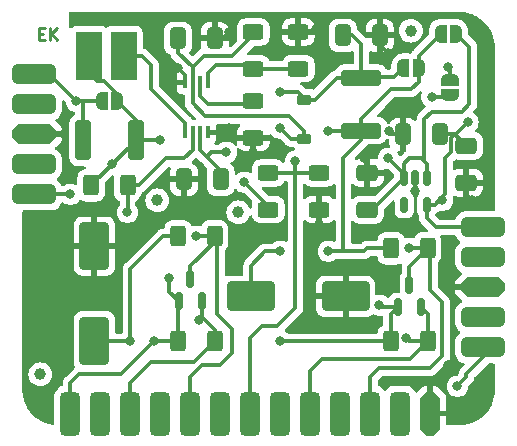
<source format=gtl>
G04 #@! TF.GenerationSoftware,KiCad,Pcbnew,7.0.5-0*
G04 #@! TF.CreationDate,2023-12-30T21:45:12-05:00*
G04 #@! TF.ProjectId,boostlet,626f6f73-746c-4657-942e-6b696361645f,rev?*
G04 #@! TF.SameCoordinates,Original*
G04 #@! TF.FileFunction,Copper,L1,Top*
G04 #@! TF.FilePolarity,Positive*
%FSLAX46Y46*%
G04 Gerber Fmt 4.6, Leading zero omitted, Abs format (unit mm)*
G04 Created by KiCad (PCBNEW 7.0.5-0) date 2023-12-30 21:45:12*
%MOMM*%
%LPD*%
G01*
G04 APERTURE LIST*
G04 Aperture macros list*
%AMRoundRect*
0 Rectangle with rounded corners*
0 $1 Rounding radius*
0 $2 $3 $4 $5 $6 $7 $8 $9 X,Y pos of 4 corners*
0 Add a 4 corners polygon primitive as box body*
4,1,4,$2,$3,$4,$5,$6,$7,$8,$9,$2,$3,0*
0 Add four circle primitives for the rounded corners*
1,1,$1+$1,$2,$3*
1,1,$1+$1,$4,$5*
1,1,$1+$1,$6,$7*
1,1,$1+$1,$8,$9*
0 Add four rect primitives between the rounded corners*
20,1,$1+$1,$2,$3,$4,$5,0*
20,1,$1+$1,$4,$5,$6,$7,0*
20,1,$1+$1,$6,$7,$8,$9,0*
20,1,$1+$1,$8,$9,$2,$3,0*%
%AMOutline5P*
0 Free polygon, 5 corners , with rotation*
0 The origin of the aperture is its center*
0 number of corners: always 5*
0 $1 to $10 corner X, Y*
0 $11 Rotation angle, in degrees counterclockwise*
0 create outline with 5 corners*
4,1,5,$1,$2,$3,$4,$5,$6,$7,$8,$9,$10,$1,$2,$11*%
%AMOutline6P*
0 Free polygon, 6 corners , with rotation*
0 The origin of the aperture is its center*
0 number of corners: always 6*
0 $1 to $12 corner X, Y*
0 $13 Rotation angle, in degrees counterclockwise*
0 create outline with 6 corners*
4,1,6,$1,$2,$3,$4,$5,$6,$7,$8,$9,$10,$11,$12,$1,$2,$13*%
%AMOutline7P*
0 Free polygon, 7 corners , with rotation*
0 The origin of the aperture is its center*
0 number of corners: always 7*
0 $1 to $14 corner X, Y*
0 $15 Rotation angle, in degrees counterclockwise*
0 create outline with 7 corners*
4,1,7,$1,$2,$3,$4,$5,$6,$7,$8,$9,$10,$11,$12,$13,$14,$1,$2,$15*%
%AMOutline8P*
0 Free polygon, 8 corners , with rotation*
0 The origin of the aperture is its center*
0 number of corners: always 8*
0 $1 to $16 corner X, Y*
0 $17 Rotation angle, in degrees counterclockwise*
0 create outline with 8 corners*
4,1,8,$1,$2,$3,$4,$5,$6,$7,$8,$9,$10,$11,$12,$13,$14,$15,$16,$1,$2,$17*%
%AMFreePoly0*
4,1,19,0.500000,-0.750000,0.000000,-0.750000,0.000000,-0.744911,-0.071157,-0.744911,-0.207708,-0.704816,-0.327430,-0.627875,-0.420627,-0.520320,-0.479746,-0.390866,-0.500000,-0.250000,-0.500000,0.250000,-0.479746,0.390866,-0.420627,0.520320,-0.327430,0.627875,-0.207708,0.704816,-0.071157,0.744911,0.000000,0.744911,0.000000,0.750000,0.500000,0.750000,0.500000,-0.750000,0.500000,-0.750000,
$1*%
%AMFreePoly1*
4,1,19,0.000000,0.744911,0.071157,0.744911,0.207708,0.704816,0.327430,0.627875,0.420627,0.520320,0.479746,0.390866,0.500000,0.250000,0.500000,-0.250000,0.479746,-0.390866,0.420627,-0.520320,0.327430,-0.627875,0.207708,-0.704816,0.071157,-0.744911,0.000000,-0.744911,0.000000,-0.750000,-0.500000,-0.750000,-0.500000,0.750000,0.000000,0.750000,0.000000,0.744911,0.000000,0.744911,
$1*%
G04 Aperture macros list end*
%ADD10C,0.250000*%
G04 #@! TA.AperFunction,NonConductor*
%ADD11C,0.250000*%
G04 #@! TD*
G04 #@! TA.AperFunction,SMDPad,CuDef*
%ADD12RoundRect,0.250000X-1.750000X-1.000000X1.750000X-1.000000X1.750000X1.000000X-1.750000X1.000000X0*%
G04 #@! TD*
G04 #@! TA.AperFunction,SMDPad,CuDef*
%ADD13FreePoly0,0.000000*%
G04 #@! TD*
G04 #@! TA.AperFunction,SMDPad,CuDef*
%ADD14FreePoly1,0.000000*%
G04 #@! TD*
G04 #@! TA.AperFunction,SMDPad,CuDef*
%ADD15RoundRect,0.250000X0.625000X-0.400000X0.625000X0.400000X-0.625000X0.400000X-0.625000X-0.400000X0*%
G04 #@! TD*
G04 #@! TA.AperFunction,SMDPad,CuDef*
%ADD16R,0.381000X1.041400*%
G04 #@! TD*
G04 #@! TA.AperFunction,SMDPad,CuDef*
%ADD17RoundRect,0.250000X-0.400000X-0.625000X0.400000X-0.625000X0.400000X0.625000X-0.400000X0.625000X0*%
G04 #@! TD*
G04 #@! TA.AperFunction,CastellatedPad*
%ADD18RoundRect,0.425000X1.425000X0.425000X-1.425000X0.425000X-1.425000X-0.425000X1.425000X-0.425000X0*%
G04 #@! TD*
G04 #@! TA.AperFunction,CastellatedPad*
%ADD19Outline8P,-1.850000X0.340000X-1.340000X0.850000X1.340000X0.850000X1.850000X0.340000X1.850000X-0.340000X1.340000X-0.850000X-1.340000X-0.850000X-1.850000X-0.340000X180.000000*%
G04 #@! TD*
G04 #@! TA.AperFunction,SMDPad,CuDef*
%ADD20FreePoly0,180.000000*%
G04 #@! TD*
G04 #@! TA.AperFunction,SMDPad,CuDef*
%ADD21FreePoly1,180.000000*%
G04 #@! TD*
G04 #@! TA.AperFunction,SMDPad,CuDef*
%ADD22C,1.000000*%
G04 #@! TD*
G04 #@! TA.AperFunction,SMDPad,CuDef*
%ADD23RoundRect,0.250000X-0.625000X0.400000X-0.625000X-0.400000X0.625000X-0.400000X0.625000X0.400000X0*%
G04 #@! TD*
G04 #@! TA.AperFunction,SMDPad,CuDef*
%ADD24RoundRect,0.250000X-0.650000X0.412500X-0.650000X-0.412500X0.650000X-0.412500X0.650000X0.412500X0*%
G04 #@! TD*
G04 #@! TA.AperFunction,SMDPad,CuDef*
%ADD25RoundRect,0.225000X-0.375000X0.225000X-0.375000X-0.225000X0.375000X-0.225000X0.375000X0.225000X0*%
G04 #@! TD*
G04 #@! TA.AperFunction,SMDPad,CuDef*
%ADD26RoundRect,0.150000X0.150000X-0.587500X0.150000X0.587500X-0.150000X0.587500X-0.150000X-0.587500X0*%
G04 #@! TD*
G04 #@! TA.AperFunction,SMDPad,CuDef*
%ADD27RoundRect,0.250000X0.400000X1.450000X-0.400000X1.450000X-0.400000X-1.450000X0.400000X-1.450000X0*%
G04 #@! TD*
G04 #@! TA.AperFunction,SMDPad,CuDef*
%ADD28RoundRect,0.250000X0.412500X0.650000X-0.412500X0.650000X-0.412500X-0.650000X0.412500X-0.650000X0*%
G04 #@! TD*
G04 #@! TA.AperFunction,SMDPad,CuDef*
%ADD29FreePoly0,90.000000*%
G04 #@! TD*
G04 #@! TA.AperFunction,SMDPad,CuDef*
%ADD30FreePoly1,90.000000*%
G04 #@! TD*
G04 #@! TA.AperFunction,SMDPad,CuDef*
%ADD31RoundRect,0.250000X-0.412500X-0.650000X0.412500X-0.650000X0.412500X0.650000X-0.412500X0.650000X0*%
G04 #@! TD*
G04 #@! TA.AperFunction,SMDPad,CuDef*
%ADD32RoundRect,0.150000X-0.150000X0.512500X-0.150000X-0.512500X0.150000X-0.512500X0.150000X0.512500X0*%
G04 #@! TD*
G04 #@! TA.AperFunction,SMDPad,CuDef*
%ADD33RoundRect,0.250000X0.650000X-0.412500X0.650000X0.412500X-0.650000X0.412500X-0.650000X-0.412500X0*%
G04 #@! TD*
G04 #@! TA.AperFunction,SMDPad,CuDef*
%ADD34R,2.209800X4.064000*%
G04 #@! TD*
G04 #@! TA.AperFunction,SMDPad,CuDef*
%ADD35RoundRect,0.250000X1.000000X-1.750000X1.000000X1.750000X-1.000000X1.750000X-1.000000X-1.750000X0*%
G04 #@! TD*
G04 #@! TA.AperFunction,CastellatedPad*
%ADD36RoundRect,0.425000X0.425000X-1.425000X0.425000X1.425000X-0.425000X1.425000X-0.425000X-1.425000X0*%
G04 #@! TD*
G04 #@! TA.AperFunction,CastellatedPad*
%ADD37Outline8P,-1.850000X0.340000X-1.340000X0.850000X1.340000X0.850000X1.850000X0.340000X1.850000X-0.340000X1.340000X-0.850000X-1.340000X-0.850000X-1.850000X-0.340000X90.000000*%
G04 #@! TD*
G04 #@! TA.AperFunction,CastellatedPad*
%ADD38RoundRect,0.425000X-1.425000X-0.425000X1.425000X-0.425000X1.425000X0.425000X-1.425000X0.425000X0*%
G04 #@! TD*
G04 #@! TA.AperFunction,CastellatedPad*
%ADD39Outline8P,-1.850000X0.340000X-1.340000X0.850000X1.340000X0.850000X1.850000X0.340000X1.850000X-0.340000X1.340000X-0.850000X-1.340000X-0.850000X-1.850000X-0.340000X0.000000*%
G04 #@! TD*
G04 #@! TA.AperFunction,SMDPad,CuDef*
%ADD40RoundRect,0.250000X-1.450000X0.400000X-1.450000X-0.400000X1.450000X-0.400000X1.450000X0.400000X0*%
G04 #@! TD*
G04 #@! TA.AperFunction,ViaPad*
%ADD41C,0.800000*%
G04 #@! TD*
G04 #@! TA.AperFunction,Conductor*
%ADD42C,0.304800*%
G04 #@! TD*
G04 APERTURE END LIST*
D10*
D11*
X105050568Y-81636809D02*
X105383901Y-81636809D01*
X105526758Y-82160619D02*
X105050568Y-82160619D01*
X105050568Y-82160619D02*
X105050568Y-81160619D01*
X105050568Y-81160619D02*
X105526758Y-81160619D01*
X105955330Y-82160619D02*
X105955330Y-81160619D01*
X106526758Y-82160619D02*
X106098187Y-81589190D01*
X106526758Y-81160619D02*
X105955330Y-81732047D01*
D12*
G04 #@! TO.P,C1,1*
G04 #@! TO.N,/5V*
X123000000Y-103886000D03*
G04 #@! TO.P,C1,2*
G04 #@! TO.N,GND*
X131000000Y-103886000D03*
G04 #@! TD*
D13*
G04 #@! TO.P,JP2,1,A*
G04 #@! TO.N,/5V*
X139050000Y-81661000D03*
D14*
G04 #@! TO.P,JP2,2,B*
G04 #@! TO.N,Net-(JP2-B)*
X140350000Y-81661000D03*
G04 #@! TD*
D15*
G04 #@! TO.P,R8,1*
G04 #@! TO.N,Net-(U1-FB)*
X127000000Y-84608000D03*
G04 #@! TO.P,R8,2*
G04 #@! TO.N,GND*
X127000000Y-81508000D03*
G04 #@! TD*
D16*
G04 #@! TO.P,U1,1,LX*
G04 #@! TO.N,Net-(U1-LX)*
X117388640Y-90004900D03*
G04 #@! TO.P,U1,2,EN*
G04 #@! TO.N,Net-(U1-EN)*
X118038880Y-90004900D03*
G04 #@! TO.P,U1,3,VIN*
G04 #@! TO.N,Net-(JP1-B)*
X118689120Y-90004900D03*
G04 #@! TO.P,U1,4,AGND*
G04 #@! TO.N,GND*
X119339360Y-90004900D03*
G04 #@! TO.P,U1,5,FB*
G04 #@! TO.N,Net-(U1-FB)*
X119339360Y-85763100D03*
G04 #@! TO.P,U1,6,RSET*
G04 #@! TO.N,Net-(U1-RSET)*
X118689120Y-85763100D03*
G04 #@! TO.P,U1,7,OUT*
G04 #@! TO.N,Net-(D1-A)*
X118038880Y-85763100D03*
G04 #@! TO.P,U1,8,PGND*
G04 #@! TO.N,GND*
X117388640Y-85763100D03*
G04 #@! TD*
D17*
G04 #@! TO.P,R3,1*
G04 #@! TO.N,Net-(JP1-B)*
X109448000Y-94488000D03*
G04 #@! TO.P,R3,2*
G04 #@! TO.N,Net-(U1-EN)*
X112548000Y-94488000D03*
G04 #@! TD*
D18*
G04 #@! TO.P,J3,1,Pin_1*
G04 #@! TO.N,/5V*
X142637000Y-108204000D03*
G04 #@! TO.P,J3,2,Pin_2*
G04 #@! TO.N,unconnected-(J3-Pin_2-Pad2)*
X142637000Y-105664000D03*
D19*
G04 #@! TO.P,J3,3,Pin_3*
G04 #@! TO.N,GND*
X142637000Y-103124000D03*
D18*
G04 #@! TO.P,J3,4,Pin_4*
G04 #@! TO.N,unconnected-(J3-Pin_4-Pad4)*
X142637000Y-100584000D03*
G04 #@! TO.P,J3,5,Pin_5*
G04 #@! TO.N,/3.3V*
X142637000Y-98044000D03*
G04 #@! TD*
D20*
G04 #@! TO.P,JP3,1,A*
G04 #@! TO.N,/5V*
X137175000Y-84582000D03*
D21*
G04 #@! TO.P,JP3,2,B*
G04 #@! TO.N,Net-(D1-K)*
X135875000Y-84582000D03*
G04 #@! TD*
D22*
G04 #@! TO.P,FID1,*
G04 #@! TO.N,*
X105156000Y-110490000D03*
G04 #@! TD*
D15*
G04 #@! TO.P,R9,1*
G04 #@! TO.N,/V_BATT*
X124460000Y-96546000D03*
G04 #@! TO.P,R9,2*
G04 #@! TO.N,/BATT_SIG*
X124460000Y-93446000D03*
G04 #@! TD*
D23*
G04 #@! TO.P,R7,1*
G04 #@! TO.N,Net-(D1-A)*
X123190000Y-81508000D03*
G04 #@! TO.P,R7,2*
G04 #@! TO.N,Net-(U1-FB)*
X123190000Y-84608000D03*
G04 #@! TD*
D17*
G04 #@! TO.P,R1,1*
G04 #@! TO.N,VCC*
X134848000Y-107696000D03*
G04 #@! TO.P,R1,2*
G04 #@! TO.N,/NEO_IN1*
X137948000Y-107696000D03*
G04 #@! TD*
D24*
G04 #@! TO.P,C6,1*
G04 #@! TO.N,/3.3V*
X141224000Y-91147500D03*
G04 #@! TO.P,C6,2*
G04 #@! TO.N,GND*
X141224000Y-94272500D03*
G04 #@! TD*
D25*
G04 #@! TO.P,D1,1,K*
G04 #@! TO.N,Net-(D1-K)*
X127508000Y-87250000D03*
G04 #@! TO.P,D1,2,A*
G04 #@! TO.N,Net-(D1-A)*
X127508000Y-90550000D03*
G04 #@! TD*
D22*
G04 #@! TO.P,FID3,*
G04 #@! TO.N,*
X136525000Y-81407000D03*
G04 #@! TD*
D26*
G04 #@! TO.P,Q1,1,G*
G04 #@! TO.N,VCC*
X135448000Y-104823500D03*
G04 #@! TO.P,Q1,2,S*
G04 #@! TO.N,/NEO_IN1*
X137348000Y-104823500D03*
G04 #@! TO.P,Q1,3,D*
G04 #@! TO.N,/NEO_OUT1*
X136398000Y-102948500D03*
G04 #@! TD*
D27*
G04 #@! TO.P,F1,1*
G04 #@! TO.N,Net-(JP1-B)*
X113223000Y-90678000D03*
G04 #@! TO.P,F1,2*
G04 #@! TO.N,/V_BATT*
X108773000Y-90678000D03*
G04 #@! TD*
D26*
G04 #@! TO.P,Q2,1,G*
G04 #@! TO.N,VCC*
X116906000Y-104315500D03*
G04 #@! TO.P,Q2,2,S*
G04 #@! TO.N,/NEO_IN2*
X118806000Y-104315500D03*
G04 #@! TO.P,Q2,3,D*
G04 #@! TO.N,/NEO_OUT2*
X117856000Y-102440500D03*
G04 #@! TD*
D17*
G04 #@! TO.P,R2,1*
G04 #@! TO.N,/5V*
X134848000Y-99822000D03*
G04 #@! TO.P,R2,2*
G04 #@! TO.N,/NEO_OUT1*
X137948000Y-99822000D03*
G04 #@! TD*
D13*
G04 #@! TO.P,JP1,1,A*
G04 #@! TO.N,/V_BATT*
X110348000Y-87376000D03*
D14*
G04 #@! TO.P,JP1,2,B*
G04 #@! TO.N,Net-(JP1-B)*
X111648000Y-87376000D03*
G04 #@! TD*
D17*
G04 #@! TO.P,R4,1*
G04 #@! TO.N,VCC*
X116814000Y-107696000D03*
G04 #@! TO.P,R4,2*
G04 #@! TO.N,/NEO_IN2*
X119914000Y-107696000D03*
G04 #@! TD*
D28*
G04 #@! TO.P,C8,1*
G04 #@! TO.N,/3.3V*
X138976500Y-90170000D03*
G04 #@! TO.P,C8,2*
G04 #@! TO.N,GND*
X135851500Y-90170000D03*
G04 #@! TD*
D29*
G04 #@! TO.P,JP4,1,A*
G04 #@! TO.N,/3.3V*
X139827000Y-86883000D03*
D30*
G04 #@! TO.P,JP4,2,B*
G04 #@! TO.N,VCC*
X139827000Y-85583000D03*
G04 #@! TD*
D17*
G04 #@! TO.P,R5,1*
G04 #@! TO.N,/5V*
X116814000Y-98806000D03*
G04 #@! TO.P,R5,2*
G04 #@! TO.N,/NEO_OUT2*
X119914000Y-98806000D03*
G04 #@! TD*
D31*
G04 #@! TO.P,C5,1*
G04 #@! TO.N,Net-(D1-A)*
X116801500Y-82042000D03*
G04 #@! TO.P,C5,2*
G04 #@! TO.N,GND*
X119926500Y-82042000D03*
G04 #@! TD*
D22*
G04 #@! TO.P,FID2,*
G04 #@! TO.N,*
X115062000Y-95758000D03*
G04 #@! TD*
D23*
G04 #@! TO.P,R10,1*
G04 #@! TO.N,/BATT_SIG*
X128778000Y-93446000D03*
G04 #@! TO.P,R10,2*
G04 #@! TO.N,GND*
X128778000Y-96546000D03*
G04 #@! TD*
D31*
G04 #@! TO.P,C7,1*
G04 #@! TO.N,Net-(D1-K)*
X130771500Y-81788000D03*
G04 #@! TO.P,C7,2*
G04 #@! TO.N,GND*
X133896500Y-81788000D03*
G04 #@! TD*
D32*
G04 #@! TO.P,U2,1,VIN*
G04 #@! TO.N,Net-(JP2-B)*
X137856000Y-93858500D03*
G04 #@! TO.P,U2,2,GND*
G04 #@! TO.N,GND*
X136906000Y-93858500D03*
G04 #@! TO.P,U2,3,EN*
G04 #@! TO.N,Net-(JP2-B)*
X135956000Y-93858500D03*
G04 #@! TO.P,U2,4,NC*
G04 #@! TO.N,unconnected-(U2-NC-Pad4)*
X135956000Y-96133500D03*
G04 #@! TO.P,U2,5,VOUT*
G04 #@! TO.N,/3.3V*
X137856000Y-96133500D03*
G04 #@! TD*
D28*
G04 #@! TO.P,C2,1*
G04 #@! TO.N,Net-(JP1-B)*
X120434500Y-93980000D03*
G04 #@! TO.P,C2,2*
G04 #@! TO.N,GND*
X117309500Y-93980000D03*
G04 #@! TD*
D33*
G04 #@! TO.P,C3,1*
G04 #@! TO.N,Net-(JP2-B)*
X132842000Y-96558500D03*
G04 #@! TO.P,C3,2*
G04 #@! TO.N,GND*
X132842000Y-93433500D03*
G04 #@! TD*
D34*
G04 #@! TO.P,L1,1,1*
G04 #@! TO.N,Net-(JP1-B)*
X109283500Y-83566000D03*
G04 #@! TO.P,L1,2,2*
G04 #@! TO.N,Net-(U1-LX)*
X112204500Y-83566000D03*
G04 #@! TD*
D23*
G04 #@! TO.P,R6,1*
G04 #@! TO.N,Net-(U1-RSET)*
X123190000Y-87350000D03*
G04 #@! TO.P,R6,2*
G04 #@! TO.N,GND*
X123190000Y-90450000D03*
G04 #@! TD*
D35*
G04 #@! TO.P,C4,1*
G04 #@! TO.N,/5V*
X109728000Y-107632000D03*
G04 #@! TO.P,C4,2*
G04 #@! TO.N,GND*
X109728000Y-99632000D03*
G04 #@! TD*
D22*
G04 #@! TO.P,FID4,*
G04 #@! TO.N,*
X121920000Y-96774000D03*
G04 #@! TD*
D36*
G04 #@! TO.P,J1,1,Pin_1*
G04 #@! TO.N,VCC*
X107696000Y-113808000D03*
G04 #@! TO.P,J1,2,Pin_2*
G04 #@! TO.N,unconnected-(J1-Pin_2-Pad2)*
X110236000Y-113808000D03*
G04 #@! TO.P,J1,3,Pin_3*
G04 #@! TO.N,/NEO_IN2*
X112776000Y-113808000D03*
G04 #@! TO.P,J1,4,Pin_4*
G04 #@! TO.N,unconnected-(J1-Pin_4-Pad4)*
X115316000Y-113808000D03*
G04 #@! TO.P,J1,5,Pin_5*
G04 #@! TO.N,/NEO_OUT2*
X117856000Y-113808000D03*
G04 #@! TO.P,J1,6,Pin_6*
G04 #@! TO.N,unconnected-(J1-Pin_6-Pad6)*
X120396000Y-113808000D03*
G04 #@! TO.P,J1,7,Pin_7*
G04 #@! TO.N,/BATT_SIG*
X122936000Y-113808000D03*
G04 #@! TO.P,J1,8,Pin_8*
G04 #@! TO.N,unconnected-(J1-Pin_8-Pad8)*
X125476000Y-113808000D03*
G04 #@! TO.P,J1,9,Pin_9*
G04 #@! TO.N,/NEO_IN1*
X128016000Y-113808000D03*
G04 #@! TO.P,J1,10,Pin_10*
G04 #@! TO.N,unconnected-(J1-Pin_10-Pad10)*
X130556000Y-113808000D03*
G04 #@! TO.P,J1,11,Pin_11*
G04 #@! TO.N,/NEO_OUT1*
X133096000Y-113808000D03*
G04 #@! TO.P,J1,12,Pin_12*
G04 #@! TO.N,unconnected-(J1-Pin_12-Pad12)*
X135636000Y-113808000D03*
D37*
G04 #@! TO.P,J1,13,Pin_13*
G04 #@! TO.N,GND*
X138176000Y-113808000D03*
G04 #@! TD*
D38*
G04 #@! TO.P,J2,1,Pin_1*
G04 #@! TO.N,/V_BATT*
X104632000Y-85090000D03*
G04 #@! TO.P,J2,2,Pin_2*
G04 #@! TO.N,unconnected-(J2-Pin_2-Pad2)*
X104632000Y-87630000D03*
D39*
G04 #@! TO.P,J2,3,Pin_3*
G04 #@! TO.N,GND*
X104632000Y-90170000D03*
D38*
G04 #@! TO.P,J2,4,Pin_4*
G04 #@! TO.N,unconnected-(J2-Pin_4-Pad4)*
X104632000Y-92710000D03*
G04 #@! TO.P,J2,5,Pin_5*
G04 #@! TO.N,VCC*
X104632000Y-95250000D03*
G04 #@! TD*
D40*
G04 #@! TO.P,F2,1*
G04 #@! TO.N,Net-(D1-K)*
X132334000Y-85405000D03*
G04 #@! TO.P,F2,2*
G04 #@! TO.N,/5V*
X132334000Y-89855000D03*
G04 #@! TD*
D41*
G04 #@! TO.N,/5V*
X129540000Y-89916000D03*
X129540000Y-100076000D03*
X140462000Y-111506000D03*
X112776000Y-107696000D03*
X125476000Y-100076000D03*
G04 #@! TO.N,/V_BATT*
X122428000Y-94234000D03*
X108204000Y-87376000D03*
G04 #@! TO.N,Net-(D1-A)*
X125476000Y-89662000D03*
G04 #@! TO.N,Net-(JP1-B)*
X111252000Y-92710000D03*
X120904000Y-91694000D03*
X115316000Y-90678000D03*
G04 #@! TO.N,/3.3V*
X138303000Y-86995000D03*
X141351000Y-89154000D03*
X139192000Y-95758000D03*
G04 #@! TO.N,/NEO_OUT1*
X136398000Y-99822000D03*
G04 #@! TO.N,GND*
X121158000Y-81534000D03*
X121158000Y-89662000D03*
X128524000Y-81280000D03*
X116840000Y-84582000D03*
X107188000Y-90170000D03*
X134620000Y-83312000D03*
X139700000Y-109728000D03*
X128778000Y-97790000D03*
X136906000Y-94996000D03*
X123190000Y-91694000D03*
X117309500Y-95973500D03*
X131826000Y-101346000D03*
X113030000Y-99060000D03*
X132588000Y-92202000D03*
X141732000Y-95758000D03*
X134633500Y-89916000D03*
X139700000Y-102616000D03*
G04 #@! TO.N,VCC*
X139700000Y-84455000D03*
X107696000Y-95250000D03*
X116078000Y-102362000D03*
X125476000Y-107696000D03*
X114808000Y-107696000D03*
X133858000Y-104648000D03*
G04 #@! TO.N,/NEO_OUT2*
X118364000Y-98806000D03*
G04 #@! TO.N,/BATT_SIG*
X126746000Y-92456000D03*
G04 #@! TO.N,/NEO_IN1*
X136144000Y-107442000D03*
G04 #@! TO.N,/NEO_IN2*
X118618000Y-105918000D03*
G04 #@! TO.N,Net-(D1-K)*
X125476000Y-86614000D03*
G04 #@! TO.N,Net-(JP2-B)*
X134620000Y-92202000D03*
G04 #@! TO.N,Net-(U1-EN)*
X112522000Y-96774000D03*
G04 #@! TD*
D42*
G04 #@! TO.N,/5V*
X109792000Y-107696000D02*
X109728000Y-107632000D01*
X123000000Y-101282000D02*
X124206000Y-100076000D01*
X124206000Y-100076000D02*
X125476000Y-100076000D01*
X132334000Y-90678000D02*
X132334000Y-89855000D01*
X132334000Y-89855000D02*
X132334000Y-88900000D01*
X115570000Y-98806000D02*
X116814000Y-98806000D01*
X112776000Y-107696000D02*
X109792000Y-107696000D01*
X130810000Y-100076000D02*
X130810000Y-92202000D01*
X137175000Y-85710000D02*
X137175000Y-84582000D01*
X137175000Y-84582000D02*
X137175000Y-83536000D01*
X132842000Y-99822000D02*
X134848000Y-99822000D01*
X129601000Y-89855000D02*
X129540000Y-89916000D01*
X134874000Y-86360000D02*
X136525000Y-86360000D01*
X130810000Y-100076000D02*
X132588000Y-100076000D01*
X132334000Y-89855000D02*
X129601000Y-89855000D01*
X130810000Y-92202000D02*
X132334000Y-90678000D01*
X143510000Y-108204000D02*
X143637000Y-108204000D01*
X132588000Y-100076000D02*
X132842000Y-99822000D01*
X141224000Y-110490000D02*
X143510000Y-108204000D01*
X112776000Y-107696000D02*
X112776000Y-101600000D01*
X137175000Y-83536000D02*
X139050000Y-81661000D01*
X140462000Y-111506000D02*
X141224000Y-110744000D01*
X123000000Y-103886000D02*
X123000000Y-101282000D01*
X129540000Y-100076000D02*
X130810000Y-100076000D01*
X136525000Y-86360000D02*
X137175000Y-85710000D01*
X141224000Y-110744000D02*
X141224000Y-110490000D01*
X132334000Y-88900000D02*
X134874000Y-86360000D01*
X112776000Y-101600000D02*
X115570000Y-98806000D01*
G04 #@! TO.N,/V_BATT*
X108204000Y-87376000D02*
X110348000Y-87376000D01*
X108773000Y-87376000D02*
X108773000Y-90678000D01*
X108773000Y-87376000D02*
X108204000Y-87376000D01*
X124460000Y-96546000D02*
X124460000Y-96266000D01*
X124460000Y-96266000D02*
X122428000Y-94234000D01*
X108204000Y-87376000D02*
X105918000Y-85090000D01*
X105918000Y-85090000D02*
X103632000Y-85090000D01*
G04 #@! TO.N,Net-(D1-A)*
X127508000Y-89916000D02*
X127508000Y-90550000D01*
X118038880Y-85763100D02*
X118038880Y-84510880D01*
X119126000Y-88646000D02*
X126238000Y-88646000D01*
X118038880Y-87558880D02*
X119126000Y-88646000D01*
X123190000Y-81788000D02*
X123190000Y-81508000D01*
X126238000Y-88646000D02*
X127508000Y-89916000D01*
X118038880Y-85763100D02*
X118038880Y-87558880D01*
X121412000Y-83566000D02*
X123190000Y-81788000D01*
X116801500Y-83273500D02*
X116801500Y-82042000D01*
X127508000Y-90550000D02*
X126364000Y-90550000D01*
X118038880Y-84510880D02*
X118983760Y-83566000D01*
X118038880Y-84510880D02*
X116801500Y-83273500D01*
X118983760Y-83566000D02*
X121412000Y-83566000D01*
X126364000Y-90550000D02*
X125476000Y-89662000D01*
G04 #@! TO.N,Net-(JP1-B)*
X118689120Y-91511120D02*
X118689120Y-90004900D01*
X109448000Y-94488000D02*
X113223000Y-90713000D01*
X120434500Y-93980000D02*
X120434500Y-93256500D01*
X119253000Y-92075000D02*
X119634000Y-91694000D01*
X110566200Y-85674200D02*
X109982000Y-85674200D01*
X113223000Y-88951000D02*
X113223000Y-90678000D01*
X120434500Y-93256500D02*
X119253000Y-92075000D01*
X111648000Y-86756000D02*
X110566200Y-85674200D01*
X119634000Y-91694000D02*
X120904000Y-91694000D01*
X113223000Y-90678000D02*
X115316000Y-90678000D01*
X109640447Y-85332647D02*
X109640447Y-83922947D01*
X119253000Y-92075000D02*
X118689120Y-91511120D01*
X111648000Y-87376000D02*
X111648000Y-86756000D01*
X111648000Y-87376000D02*
X113223000Y-88951000D01*
X109982000Y-85674200D02*
X109640447Y-85332647D01*
G04 #@! TO.N,/3.3V*
X137856000Y-96133500D02*
X138562500Y-96133500D01*
X139192000Y-95504000D02*
X139446000Y-95250000D01*
X138303000Y-86995000D02*
X139715000Y-86995000D01*
X140246500Y-90170000D02*
X141224000Y-91147500D01*
X138976500Y-90170000D02*
X140246500Y-90170000D01*
X138684000Y-98044000D02*
X143637000Y-98044000D01*
X138562500Y-96133500D02*
X139192000Y-95504000D01*
X137856000Y-96133500D02*
X137856000Y-97216000D01*
X137856000Y-97216000D02*
X138684000Y-98044000D01*
X139954000Y-91694000D02*
X139954000Y-90462500D01*
X140246500Y-90170000D02*
X140335000Y-90170000D01*
X139446000Y-95250000D02*
X139446000Y-93726000D01*
X139446000Y-92202000D02*
X139954000Y-91694000D01*
X139715000Y-86995000D02*
X139827000Y-86883000D01*
X139954000Y-90462500D02*
X140246500Y-90170000D01*
X139192000Y-95504000D02*
X139192000Y-95758000D01*
X139446000Y-93726000D02*
X139446000Y-92202000D01*
X140335000Y-90170000D02*
X141351000Y-89154000D01*
G04 #@! TO.N,/NEO_OUT1*
X133858000Y-109982000D02*
X138176000Y-109982000D01*
X133096000Y-110744000D02*
X133858000Y-109982000D01*
X137948000Y-99822000D02*
X136398000Y-99822000D01*
X138176000Y-103378000D02*
X138176000Y-100050000D01*
X138176000Y-109982000D02*
X139192000Y-108966000D01*
X136398000Y-102948500D02*
X136398000Y-101372000D01*
X136398000Y-101372000D02*
X137948000Y-99822000D01*
X139192000Y-108966000D02*
X139192000Y-104394000D01*
X133096000Y-114808000D02*
X133096000Y-110744000D01*
X139192000Y-104394000D02*
X138176000Y-103378000D01*
X138176000Y-100050000D02*
X137948000Y-99822000D01*
G04 #@! TO.N,GND*
X119926500Y-82042000D02*
X120650000Y-82042000D01*
X117388640Y-85130640D02*
X116840000Y-84582000D01*
X139700000Y-109728000D02*
X138176000Y-111252000D01*
X140208000Y-103124000D02*
X143637000Y-103124000D01*
X133896500Y-82588500D02*
X134620000Y-83312000D01*
X133896500Y-81788000D02*
X133896500Y-82588500D01*
X131000000Y-102172000D02*
X131826000Y-101346000D01*
X120815100Y-90004900D02*
X121158000Y-89662000D01*
X123190000Y-90450000D02*
X123190000Y-91694000D01*
X135851500Y-90170000D02*
X134874000Y-90170000D01*
X134874000Y-90170000D02*
X134620000Y-89916000D01*
X136906000Y-93858500D02*
X136906000Y-94996000D01*
X119339360Y-90004900D02*
X120815100Y-90004900D01*
X117348000Y-96012000D02*
X117309500Y-95973500D01*
X128778000Y-96546000D02*
X128778000Y-97790000D01*
X120650000Y-82042000D02*
X121158000Y-81534000D01*
X131000000Y-103886000D02*
X131000000Y-102172000D01*
X128296000Y-81508000D02*
X128524000Y-81280000D01*
X138176000Y-111252000D02*
X138176000Y-114808000D01*
X117388640Y-85763100D02*
X117388640Y-85130640D01*
X127000000Y-81508000D02*
X128296000Y-81508000D01*
X141224000Y-94272500D02*
X141224000Y-95250000D01*
X139700000Y-102616000D02*
X140208000Y-103124000D01*
X103632000Y-90170000D02*
X107188000Y-90170000D01*
X132842000Y-92456000D02*
X132588000Y-92202000D01*
X134620000Y-89916000D02*
X134633500Y-89916000D01*
X132842000Y-93433500D02*
X132842000Y-92456000D01*
X109728000Y-99632000D02*
X112458000Y-99632000D01*
X112458000Y-99632000D02*
X113030000Y-99060000D01*
X141224000Y-95250000D02*
X141732000Y-95758000D01*
X117309500Y-93980000D02*
X117309500Y-95973500D01*
G04 #@! TO.N,VCC*
X112014000Y-110490000D02*
X114808000Y-107696000D01*
X107696000Y-114808000D02*
X107696000Y-111252000D01*
X134848000Y-105423500D02*
X135448000Y-104823500D01*
X139700000Y-84455000D02*
X139827000Y-84582000D01*
X134848000Y-107696000D02*
X134848000Y-105423500D01*
X135448000Y-104823500D02*
X134033500Y-104823500D01*
X114808000Y-107696000D02*
X116814000Y-107696000D01*
X116906000Y-104315500D02*
X116078000Y-103487500D01*
X134033500Y-104823500D02*
X133858000Y-104648000D01*
X116814000Y-107696000D02*
X116814000Y-104407500D01*
X116078000Y-103487500D02*
X116078000Y-102362000D01*
X139827000Y-84582000D02*
X139827000Y-85583000D01*
X108458000Y-110490000D02*
X112014000Y-110490000D01*
X107696000Y-95250000D02*
X103632000Y-95250000D01*
X107696000Y-111252000D02*
X108458000Y-110490000D01*
X116814000Y-104407500D02*
X116906000Y-104315500D01*
X134848000Y-107696000D02*
X125476000Y-107696000D01*
G04 #@! TO.N,/NEO_OUT2*
X120396000Y-109728000D02*
X118872000Y-109728000D01*
X121412000Y-106680000D02*
X121412000Y-108712000D01*
X119914000Y-98806000D02*
X120142000Y-99034000D01*
X120142000Y-105410000D02*
X121412000Y-106680000D01*
X118872000Y-109728000D02*
X117856000Y-110744000D01*
X117856000Y-102440500D02*
X117856000Y-101346000D01*
X117856000Y-101346000D02*
X119914000Y-99288000D01*
X119914000Y-99288000D02*
X119914000Y-98806000D01*
X120142000Y-99034000D02*
X120142000Y-105410000D01*
X121412000Y-108712000D02*
X120396000Y-109728000D01*
X117856000Y-110744000D02*
X117856000Y-114808000D01*
X119914000Y-98806000D02*
X118364000Y-98806000D01*
G04 #@! TO.N,/BATT_SIG*
X126746000Y-93446000D02*
X126746000Y-92456000D01*
X126746000Y-104902000D02*
X126746000Y-93446000D01*
X123952000Y-106426000D02*
X125222000Y-106426000D01*
X126746000Y-93446000D02*
X128778000Y-93446000D01*
X124460000Y-93446000D02*
X126746000Y-93446000D01*
X122936000Y-114808000D02*
X122936000Y-107442000D01*
X122936000Y-107442000D02*
X123952000Y-106426000D01*
X125222000Y-106426000D02*
X126746000Y-104902000D01*
G04 #@! TO.N,/NEO_IN1*
X128016000Y-110236000D02*
X128016000Y-114808000D01*
X137948000Y-107696000D02*
X136424000Y-109220000D01*
X137948000Y-107696000D02*
X136398000Y-107696000D01*
X137948000Y-105423500D02*
X137348000Y-104823500D01*
X129032000Y-109220000D02*
X128016000Y-110236000D01*
X136424000Y-109220000D02*
X129032000Y-109220000D01*
X136398000Y-107696000D02*
X136144000Y-107442000D01*
X137948000Y-107696000D02*
X137948000Y-105423500D01*
G04 #@! TO.N,/NEO_IN2*
X112776000Y-111252000D02*
X114554000Y-109474000D01*
X112776000Y-114808000D02*
X112776000Y-111252000D01*
X118806000Y-105730000D02*
X118618000Y-105918000D01*
X119914000Y-107696000D02*
X119914000Y-106706000D01*
X114554000Y-109474000D02*
X118136000Y-109474000D01*
X118806000Y-105598000D02*
X118806000Y-104315500D01*
X118136000Y-109474000D02*
X119914000Y-107696000D01*
X118806000Y-104315500D02*
X118806000Y-105730000D01*
X119914000Y-106706000D02*
X118806000Y-105598000D01*
G04 #@! TO.N,Net-(U1-LX)*
X117388640Y-89194640D02*
X117388640Y-90004900D01*
X114554000Y-84328000D02*
X114554000Y-86360000D01*
X112204500Y-83566000D02*
X113792000Y-83566000D01*
X113792000Y-83566000D02*
X114554000Y-84328000D01*
X114554000Y-86360000D02*
X117388640Y-89194640D01*
G04 #@! TO.N,Net-(U1-FB)*
X119339360Y-84997340D02*
X120008700Y-84328000D01*
X119339360Y-85763100D02*
X119339360Y-84997340D01*
X127000000Y-84608000D02*
X123190000Y-84608000D01*
X120008700Y-84328000D02*
X122910000Y-84328000D01*
X122910000Y-84328000D02*
X123190000Y-84608000D01*
G04 #@! TO.N,Net-(U1-RSET)*
X118689120Y-85763100D02*
X118689120Y-86939120D01*
X119380000Y-87630000D02*
X122910000Y-87630000D01*
X118689120Y-86939120D02*
X119380000Y-87630000D01*
X122910000Y-87630000D02*
X123190000Y-87350000D01*
G04 #@! TO.N,Net-(D1-K)*
X132334000Y-85405000D02*
X132395000Y-85344000D01*
X132334000Y-82550000D02*
X131572000Y-81788000D01*
X132334000Y-85405000D02*
X132334000Y-82550000D01*
X127000000Y-86614000D02*
X125476000Y-86614000D01*
X127508000Y-87122000D02*
X127000000Y-86614000D01*
X128396000Y-87250000D02*
X130241000Y-85405000D01*
X132395000Y-85344000D02*
X135113000Y-85344000D01*
X127508000Y-87250000D02*
X128396000Y-87250000D01*
X127508000Y-87122000D02*
X127508000Y-87250000D01*
X135113000Y-85344000D02*
X135875000Y-84582000D01*
X131572000Y-81788000D02*
X130771500Y-81788000D01*
X130241000Y-85405000D02*
X132334000Y-85405000D01*
G04 #@! TO.N,Net-(JP2-B)*
X136398000Y-92202000D02*
X137160000Y-92202000D01*
X140843000Y-88265000D02*
X141478000Y-87630000D01*
X137160000Y-92202000D02*
X137414000Y-92202000D01*
X135956000Y-93538000D02*
X134620000Y-92202000D01*
X132842000Y-96558500D02*
X133256000Y-96558500D01*
X133256000Y-96558500D02*
X135956000Y-93858500D01*
X137856000Y-93858500D02*
X137856000Y-92644000D01*
X138303000Y-88265000D02*
X140843000Y-88265000D01*
X137414000Y-92202000D02*
X137856000Y-92644000D01*
X141478000Y-82789000D02*
X140350000Y-81661000D01*
X135956000Y-92644000D02*
X136398000Y-92202000D01*
X135956000Y-93858500D02*
X135956000Y-92644000D01*
X137668000Y-92456000D02*
X137668000Y-88900000D01*
X141478000Y-87630000D02*
X141478000Y-82789000D01*
X137414000Y-92202000D02*
X137668000Y-92456000D01*
X135956000Y-93858500D02*
X135956000Y-93538000D01*
X137668000Y-88900000D02*
X138303000Y-88265000D01*
G04 #@! TO.N,Net-(U1-EN)*
X118038880Y-91511120D02*
X118038880Y-90004900D01*
X112548000Y-94488000D02*
X113538000Y-94488000D01*
X117348000Y-92202000D02*
X118038880Y-91511120D01*
X112548000Y-96748000D02*
X112522000Y-96774000D01*
X112548000Y-94488000D02*
X112548000Y-96748000D01*
X113538000Y-94488000D02*
X115824000Y-92202000D01*
X115824000Y-92202000D02*
X117348000Y-92202000D01*
G04 #@! TD*
G04 #@! TA.AperFunction,Conductor*
G04 #@! TO.N,GND*
G36*
X140286808Y-98716585D02*
G01*
X140332563Y-98769389D01*
X140339543Y-98788806D01*
X140343212Y-98802496D01*
X140431535Y-98975840D01*
X140553968Y-99127032D01*
X140647208Y-99202536D01*
X140665852Y-99217634D01*
X140705563Y-99275121D01*
X140707891Y-99344952D01*
X140672095Y-99404956D01*
X140665852Y-99410366D01*
X140553968Y-99500968D01*
X140431534Y-99652161D01*
X140343212Y-99825504D01*
X140292858Y-100013425D01*
X140286500Y-100094216D01*
X140286500Y-101073783D01*
X140292858Y-101154574D01*
X140292858Y-101154577D01*
X140292859Y-101154578D01*
X140343212Y-101342496D01*
X140431535Y-101515840D01*
X140553968Y-101667032D01*
X140656951Y-101750426D01*
X140705162Y-101789467D01*
X140797715Y-101836624D01*
X140848511Y-101884598D01*
X140865307Y-101952419D01*
X140842770Y-102018554D01*
X140829102Y-102034790D01*
X140404504Y-102459389D01*
X140404492Y-102459403D01*
X140352570Y-102526241D01*
X140352570Y-102526242D01*
X140297549Y-102659075D01*
X140287000Y-102743058D01*
X140287000Y-102874000D01*
X142763000Y-102874000D01*
X142830039Y-102893685D01*
X142875794Y-102946489D01*
X142887000Y-102998000D01*
X142887000Y-103250000D01*
X142867315Y-103317039D01*
X142814511Y-103362794D01*
X142763000Y-103374000D01*
X140287000Y-103374000D01*
X140287000Y-103504943D01*
X140297549Y-103588925D01*
X140352570Y-103721758D01*
X140404492Y-103788596D01*
X140404503Y-103788609D01*
X140829102Y-104213208D01*
X140862587Y-104274531D01*
X140857603Y-104344223D01*
X140815731Y-104400156D01*
X140797717Y-104411373D01*
X140705163Y-104458532D01*
X140553968Y-104580968D01*
X140431534Y-104732161D01*
X140343212Y-104905504D01*
X140292858Y-105093425D01*
X140286500Y-105174216D01*
X140286500Y-106153783D01*
X140292858Y-106234574D01*
X140292858Y-106234577D01*
X140292859Y-106234578D01*
X140343212Y-106422496D01*
X140431535Y-106595840D01*
X140553968Y-106747032D01*
X140642224Y-106818500D01*
X140665852Y-106837634D01*
X140705563Y-106895121D01*
X140707891Y-106964952D01*
X140672095Y-107024956D01*
X140665852Y-107030366D01*
X140553968Y-107120968D01*
X140431534Y-107272161D01*
X140343212Y-107445504D01*
X140292858Y-107633425D01*
X140286500Y-107714216D01*
X140286500Y-108693783D01*
X140292858Y-108774574D01*
X140292858Y-108774577D01*
X140292859Y-108774578D01*
X140343212Y-108962496D01*
X140431535Y-109135840D01*
X140553968Y-109287032D01*
X140705160Y-109409465D01*
X140878504Y-109497788D01*
X140997849Y-109529766D01*
X141057509Y-109566131D01*
X141088038Y-109628978D01*
X141079743Y-109698353D01*
X141053436Y-109737222D01*
X140822976Y-109967682D01*
X140810378Y-109977776D01*
X140810530Y-109977960D01*
X140804518Y-109982933D01*
X140755741Y-110034874D01*
X140754388Y-110036270D01*
X140733287Y-110057371D01*
X140733284Y-110057375D01*
X140728769Y-110063196D01*
X140724977Y-110067635D01*
X140691596Y-110103182D01*
X140691594Y-110103186D01*
X140681313Y-110121885D01*
X140670638Y-110138136D01*
X140657557Y-110155001D01*
X140657552Y-110155009D01*
X140638185Y-110199761D01*
X140635616Y-110205005D01*
X140612123Y-110247741D01*
X140606814Y-110268416D01*
X140600515Y-110286812D01*
X140592042Y-110306392D01*
X140592040Y-110306400D01*
X140584412Y-110354564D01*
X140583227Y-110360286D01*
X140571100Y-110407513D01*
X140571100Y-110422196D01*
X140551415Y-110489235D01*
X140534782Y-110509877D01*
X140503848Y-110540812D01*
X140475479Y-110569181D01*
X140414156Y-110602666D01*
X140387797Y-110605500D01*
X140367354Y-110605500D01*
X140352939Y-110608564D01*
X140182197Y-110644855D01*
X140182192Y-110644857D01*
X140009270Y-110721848D01*
X140009265Y-110721851D01*
X139856129Y-110833111D01*
X139729466Y-110973785D01*
X139634821Y-111137715D01*
X139634818Y-111137722D01*
X139576327Y-111317740D01*
X139576326Y-111317744D01*
X139556540Y-111506000D01*
X139576326Y-111694256D01*
X139576327Y-111694259D01*
X139634818Y-111874277D01*
X139634821Y-111874284D01*
X139729467Y-112038216D01*
X139824178Y-112143403D01*
X139856129Y-112178888D01*
X140009265Y-112290148D01*
X140009270Y-112290151D01*
X140182192Y-112367142D01*
X140182197Y-112367144D01*
X140367354Y-112406500D01*
X140367355Y-112406500D01*
X140556644Y-112406500D01*
X140556646Y-112406500D01*
X140741803Y-112367144D01*
X140914730Y-112290151D01*
X141067871Y-112178888D01*
X141194533Y-112038216D01*
X141289179Y-111874284D01*
X141347674Y-111694256D01*
X141360770Y-111569646D01*
X141387354Y-111505033D01*
X141396401Y-111494937D01*
X141625021Y-111266317D01*
X141637620Y-111256225D01*
X141637468Y-111256041D01*
X141643477Y-111251068D01*
X141643482Y-111251066D01*
X141692310Y-111199068D01*
X141693582Y-111197756D01*
X141714715Y-111176625D01*
X141719238Y-111170791D01*
X141723002Y-111166383D01*
X141756405Y-111130815D01*
X141766686Y-111112113D01*
X141777367Y-111095853D01*
X141790445Y-111078994D01*
X141809815Y-111034229D01*
X141812380Y-111028996D01*
X141812606Y-111028584D01*
X141835876Y-110986259D01*
X141841184Y-110965581D01*
X141847481Y-110947189D01*
X141855959Y-110927601D01*
X141863589Y-110879418D01*
X141864766Y-110873731D01*
X141876900Y-110826480D01*
X141876900Y-110811801D01*
X141896585Y-110744762D01*
X141913219Y-110724120D01*
X143046521Y-109590819D01*
X143107844Y-109557334D01*
X143134202Y-109554500D01*
X143507500Y-109554500D01*
X143574539Y-109574185D01*
X143620294Y-109626989D01*
X143631500Y-109678500D01*
X143631500Y-111802376D01*
X143631415Y-111805622D01*
X143624511Y-111937346D01*
X143614196Y-112121013D01*
X143613530Y-112127240D01*
X143589399Y-112279598D01*
X143561778Y-112442163D01*
X143560541Y-112447828D01*
X143519579Y-112600699D01*
X143474916Y-112755724D01*
X143473221Y-112760781D01*
X143416171Y-112909403D01*
X143415570Y-112910911D01*
X143354643Y-113058001D01*
X143352604Y-113062424D01*
X143279960Y-113204993D01*
X143278982Y-113206835D01*
X143202364Y-113345467D01*
X143200097Y-113349246D01*
X143112717Y-113483797D01*
X143111284Y-113485907D01*
X143019862Y-113614755D01*
X143017480Y-113617896D01*
X142916385Y-113742738D01*
X142914431Y-113745034D01*
X142809260Y-113862721D01*
X142806870Y-113865248D01*
X142693248Y-113978870D01*
X142690721Y-113981260D01*
X142573034Y-114086431D01*
X142570738Y-114088385D01*
X142445896Y-114189480D01*
X142442755Y-114191862D01*
X142313907Y-114283284D01*
X142311797Y-114284717D01*
X142177246Y-114372097D01*
X142173467Y-114374364D01*
X142034835Y-114450982D01*
X142032993Y-114451960D01*
X141890424Y-114524604D01*
X141886001Y-114526643D01*
X141738911Y-114587570D01*
X141737403Y-114588171D01*
X141588781Y-114645221D01*
X141583724Y-114646916D01*
X141428699Y-114691579D01*
X141275828Y-114732541D01*
X141270163Y-114733778D01*
X141107598Y-114761399D01*
X140955240Y-114785530D01*
X140949013Y-114786196D01*
X140765346Y-114796511D01*
X140633622Y-114803415D01*
X140630376Y-114803500D01*
X139650000Y-114803500D01*
X139582961Y-114783815D01*
X139537206Y-114731011D01*
X139526000Y-114679500D01*
X139526000Y-114058000D01*
X138050000Y-114058000D01*
X137982961Y-114038315D01*
X137937206Y-113985511D01*
X137926000Y-113934000D01*
X137926000Y-111458000D01*
X138426000Y-111458000D01*
X138426000Y-113558000D01*
X139526000Y-113558000D01*
X139526000Y-112427058D01*
X139525999Y-112427056D01*
X139515450Y-112343074D01*
X139460429Y-112210241D01*
X139408507Y-112143403D01*
X139408496Y-112143390D01*
X138840609Y-111575503D01*
X138840596Y-111575492D01*
X138773758Y-111523570D01*
X138640924Y-111468549D01*
X138556941Y-111458000D01*
X138426000Y-111458000D01*
X137926000Y-111458000D01*
X137795056Y-111458000D01*
X137711074Y-111468549D01*
X137578241Y-111523570D01*
X137511403Y-111575492D01*
X137511389Y-111575504D01*
X137086790Y-112000102D01*
X137025467Y-112033587D01*
X136955775Y-112028603D01*
X136899842Y-111986731D01*
X136888624Y-111968715D01*
X136841467Y-111876162D01*
X136782626Y-111803500D01*
X136719032Y-111724968D01*
X136567840Y-111602535D01*
X136394496Y-111514212D01*
X136206578Y-111463859D01*
X136206577Y-111463858D01*
X136206574Y-111463858D01*
X136125783Y-111457500D01*
X136125778Y-111457500D01*
X135146222Y-111457500D01*
X135146216Y-111457500D01*
X135065425Y-111463858D01*
X134877504Y-111514212D01*
X134704161Y-111602534D01*
X134552968Y-111724968D01*
X134462366Y-111836852D01*
X134404879Y-111876563D01*
X134335048Y-111878891D01*
X134275044Y-111843095D01*
X134269634Y-111836852D01*
X134242626Y-111803500D01*
X134179032Y-111724968D01*
X134027840Y-111602535D01*
X133854496Y-111514212D01*
X133854495Y-111514211D01*
X133854494Y-111514211D01*
X133840802Y-111510542D01*
X133781143Y-111474175D01*
X133750615Y-111411328D01*
X133748899Y-111390777D01*
X133748899Y-111065800D01*
X133768584Y-110998762D01*
X133785209Y-110978129D01*
X134092122Y-110671216D01*
X134153444Y-110637734D01*
X134179802Y-110634900D01*
X138090232Y-110634900D01*
X138106279Y-110636671D01*
X138106302Y-110636434D01*
X138114068Y-110637168D01*
X138114068Y-110637167D01*
X138114069Y-110637168D01*
X138117536Y-110637059D01*
X138185278Y-110634931D01*
X138187225Y-110634900D01*
X138217071Y-110634900D01*
X138217075Y-110634900D01*
X138224377Y-110633977D01*
X138230194Y-110633518D01*
X138278948Y-110631987D01*
X138299449Y-110626030D01*
X138318476Y-110622089D01*
X138339660Y-110619414D01*
X138385000Y-110601461D01*
X138390528Y-110599570D01*
X138399275Y-110597028D01*
X138437359Y-110585965D01*
X138455730Y-110575100D01*
X138473196Y-110566543D01*
X138493037Y-110558688D01*
X138532497Y-110530016D01*
X138537363Y-110526820D01*
X138579348Y-110501992D01*
X138594443Y-110486895D01*
X138609224Y-110474272D01*
X138626493Y-110461726D01*
X138657587Y-110424138D01*
X138661489Y-110419849D01*
X139593021Y-109488317D01*
X139605620Y-109478225D01*
X139605468Y-109478041D01*
X139611477Y-109473068D01*
X139611482Y-109473066D01*
X139660310Y-109421068D01*
X139661582Y-109419756D01*
X139682714Y-109398626D01*
X139687237Y-109392792D01*
X139691001Y-109388384D01*
X139724405Y-109352815D01*
X139734686Y-109334111D01*
X139745357Y-109317865D01*
X139758445Y-109300995D01*
X139777824Y-109256210D01*
X139780368Y-109251016D01*
X139803876Y-109208259D01*
X139809182Y-109187593D01*
X139815487Y-109169177D01*
X139823959Y-109149601D01*
X139831589Y-109101418D01*
X139832766Y-109095731D01*
X139844900Y-109048480D01*
X139844900Y-109027137D01*
X139846427Y-109007737D01*
X139847298Y-109002240D01*
X139849764Y-108986671D01*
X139845175Y-108938123D01*
X139844900Y-108932285D01*
X139844900Y-104479765D01*
X139846671Y-104463716D01*
X139846434Y-104463694D01*
X139847168Y-104455931D01*
X139844931Y-104384722D01*
X139844900Y-104382775D01*
X139844900Y-104352929D01*
X139844899Y-104352921D01*
X139843977Y-104345618D01*
X139843518Y-104339790D01*
X139841987Y-104291054D01*
X139841987Y-104291052D01*
X139836030Y-104270549D01*
X139832087Y-104251502D01*
X139831071Y-104243461D01*
X139829414Y-104230340D01*
X139811461Y-104184998D01*
X139809572Y-104179478D01*
X139806781Y-104169872D01*
X139795965Y-104132641D01*
X139785097Y-104114265D01*
X139776542Y-104096801D01*
X139768688Y-104076963D01*
X139740022Y-104037508D01*
X139736813Y-104032623D01*
X139734491Y-104028697D01*
X139711992Y-103990652D01*
X139696906Y-103975566D01*
X139684271Y-103960774D01*
X139671726Y-103943507D01*
X139671723Y-103943505D01*
X139671723Y-103943504D01*
X139671722Y-103943503D01*
X139634151Y-103912422D01*
X139629839Y-103908499D01*
X138865219Y-103143879D01*
X138831734Y-103082556D01*
X138828900Y-103056198D01*
X138828900Y-101078830D01*
X138848585Y-101011791D01*
X138865219Y-100991148D01*
X138879867Y-100976500D01*
X138940712Y-100915656D01*
X139032814Y-100766334D01*
X139087999Y-100599797D01*
X139098500Y-100497009D01*
X139098499Y-99146992D01*
X139087999Y-99044203D01*
X139032814Y-98877666D01*
X139032811Y-98877662D01*
X139030780Y-98873305D01*
X139020288Y-98804227D01*
X139048808Y-98740443D01*
X139107285Y-98702204D01*
X139143162Y-98696900D01*
X140219769Y-98696900D01*
X140286808Y-98716585D01*
G37*
G04 #@! TD.AperFunction*
G04 #@! TA.AperFunction,Conductor*
G36*
X118407333Y-92168519D02*
G01*
X118451680Y-92197020D01*
X118739400Y-92484740D01*
X118754274Y-92502718D01*
X118759360Y-92510202D01*
X118759361Y-92510203D01*
X118759362Y-92510204D01*
X118804373Y-92549886D01*
X118807197Y-92552537D01*
X119044794Y-92790134D01*
X119265217Y-93010557D01*
X119298702Y-93071880D01*
X119295242Y-93137241D01*
X119282001Y-93177199D01*
X119271500Y-93279983D01*
X119271500Y-94680001D01*
X119271501Y-94680018D01*
X119282000Y-94782796D01*
X119282001Y-94782799D01*
X119337185Y-94949331D01*
X119337187Y-94949336D01*
X119348530Y-94967726D01*
X119429288Y-95098656D01*
X119553344Y-95222712D01*
X119702666Y-95314814D01*
X119869203Y-95369999D01*
X119971991Y-95380500D01*
X120897008Y-95380499D01*
X120897016Y-95380498D01*
X120897019Y-95380498D01*
X120967815Y-95373266D01*
X120999797Y-95369999D01*
X121166334Y-95314814D01*
X121315656Y-95222712D01*
X121439712Y-95098656D01*
X121531814Y-94949334D01*
X121553090Y-94885125D01*
X121592860Y-94827682D01*
X121657376Y-94800858D01*
X121726152Y-94813172D01*
X121762943Y-94841155D01*
X121822129Y-94906888D01*
X121822132Y-94906890D01*
X121975265Y-95018148D01*
X121975270Y-95018151D01*
X122148192Y-95095142D01*
X122148197Y-95095144D01*
X122333354Y-95134500D01*
X122353798Y-95134500D01*
X122420837Y-95154185D01*
X122441479Y-95170819D01*
X123082946Y-95812286D01*
X123116431Y-95873609D01*
X123112971Y-95938970D01*
X123095001Y-95993199D01*
X123084500Y-96095983D01*
X123084500Y-96335174D01*
X123064815Y-96402213D01*
X123012011Y-96447968D01*
X122942853Y-96457912D01*
X122879297Y-96428887D01*
X122851142Y-96393627D01*
X122755913Y-96215467D01*
X122755909Y-96215460D01*
X122630883Y-96063116D01*
X122478539Y-95938090D01*
X122478532Y-95938086D01*
X122304733Y-95845188D01*
X122304727Y-95845186D01*
X122116132Y-95787976D01*
X122116129Y-95787975D01*
X121920000Y-95768659D01*
X121723870Y-95787975D01*
X121535266Y-95845188D01*
X121361467Y-95938086D01*
X121361460Y-95938090D01*
X121209116Y-96063116D01*
X121084090Y-96215460D01*
X121084086Y-96215467D01*
X120991188Y-96389266D01*
X120933975Y-96577870D01*
X120914659Y-96774000D01*
X120933975Y-96970129D01*
X120933976Y-96970132D01*
X120986261Y-97142493D01*
X120991188Y-97158733D01*
X121084086Y-97332532D01*
X121084090Y-97332539D01*
X121209116Y-97484883D01*
X121361460Y-97609909D01*
X121361467Y-97609913D01*
X121535266Y-97702811D01*
X121535269Y-97702811D01*
X121535273Y-97702814D01*
X121723868Y-97760024D01*
X121920000Y-97779341D01*
X122116132Y-97760024D01*
X122304727Y-97702814D01*
X122307158Y-97701515D01*
X122419744Y-97641336D01*
X122478538Y-97609910D01*
X122630883Y-97484883D01*
X122755910Y-97332538D01*
X122848814Y-97158727D01*
X122862522Y-97113536D01*
X122900818Y-97055100D01*
X122964630Y-97026643D01*
X123033697Y-97037202D01*
X123086091Y-97083426D01*
X123098888Y-97110528D01*
X123113316Y-97154068D01*
X123149871Y-97264384D01*
X123150186Y-97265333D01*
X123150187Y-97265336D01*
X123153189Y-97270203D01*
X123242288Y-97414656D01*
X123366344Y-97538712D01*
X123515666Y-97630814D01*
X123682203Y-97685999D01*
X123784991Y-97696500D01*
X125135008Y-97696499D01*
X125237797Y-97685999D01*
X125404334Y-97630814D01*
X125553656Y-97538712D01*
X125677712Y-97414656D01*
X125769814Y-97265334D01*
X125824999Y-97098797D01*
X125835500Y-96996009D01*
X125835499Y-96095992D01*
X125833545Y-96076867D01*
X125824999Y-95993203D01*
X125824998Y-95993200D01*
X125806735Y-95938086D01*
X125769814Y-95826666D01*
X125677712Y-95677344D01*
X125553656Y-95553288D01*
X125404334Y-95461186D01*
X125237797Y-95406001D01*
X125237795Y-95406000D01*
X125135016Y-95395500D01*
X125135009Y-95395500D01*
X124564202Y-95395500D01*
X124497163Y-95375815D01*
X124476521Y-95359181D01*
X123925520Y-94808180D01*
X123892035Y-94746857D01*
X123897019Y-94677165D01*
X123938891Y-94621232D01*
X124004355Y-94596815D01*
X124013177Y-94596499D01*
X125135008Y-94596499D01*
X125237797Y-94585999D01*
X125404334Y-94530814D01*
X125553656Y-94438712D01*
X125677712Y-94314656D01*
X125769814Y-94165334D01*
X125769814Y-94165332D01*
X125773605Y-94159187D01*
X125776044Y-94160691D01*
X125813556Y-94118071D01*
X125879789Y-94098900D01*
X125969100Y-94098900D01*
X126036139Y-94118585D01*
X126081894Y-94171389D01*
X126093100Y-94222900D01*
X126093100Y-99174088D01*
X126073415Y-99241127D01*
X126020611Y-99286882D01*
X125951453Y-99296826D01*
X125918664Y-99287367D01*
X125755807Y-99214857D01*
X125755802Y-99214855D01*
X125600798Y-99181909D01*
X125570646Y-99175500D01*
X125381354Y-99175500D01*
X125356946Y-99180688D01*
X125196197Y-99214855D01*
X125196192Y-99214857D01*
X125023270Y-99291848D01*
X125023265Y-99291851D01*
X124875213Y-99399418D01*
X124809407Y-99422898D01*
X124802328Y-99423100D01*
X124291775Y-99423100D01*
X124275724Y-99421328D01*
X124275702Y-99421565D01*
X124267934Y-99420830D01*
X124196706Y-99423069D01*
X124194758Y-99423100D01*
X124164925Y-99423100D01*
X124164922Y-99423100D01*
X124164909Y-99423101D01*
X124157609Y-99424023D01*
X124151792Y-99424480D01*
X124103055Y-99426012D01*
X124103051Y-99426013D01*
X124082559Y-99431966D01*
X124063517Y-99435909D01*
X124042351Y-99438583D01*
X124042335Y-99438587D01*
X123996997Y-99456537D01*
X123991470Y-99458429D01*
X123944643Y-99472034D01*
X123944640Y-99472035D01*
X123926267Y-99482900D01*
X123908808Y-99491453D01*
X123888966Y-99499310D01*
X123888963Y-99499312D01*
X123849509Y-99527976D01*
X123844625Y-99531184D01*
X123802650Y-99556009D01*
X123787559Y-99571099D01*
X123772774Y-99583728D01*
X123755505Y-99596275D01*
X123755503Y-99596277D01*
X123724422Y-99633847D01*
X123720490Y-99638169D01*
X122598976Y-100759682D01*
X122586378Y-100769776D01*
X122586530Y-100769960D01*
X122580518Y-100774933D01*
X122531741Y-100826874D01*
X122530388Y-100828270D01*
X122509287Y-100849371D01*
X122509284Y-100849375D01*
X122504769Y-100855196D01*
X122500977Y-100859635D01*
X122467596Y-100895182D01*
X122467594Y-100895186D01*
X122457313Y-100913885D01*
X122446638Y-100930136D01*
X122433557Y-100947001D01*
X122433552Y-100947009D01*
X122414185Y-100991761D01*
X122411616Y-100997005D01*
X122388123Y-101039741D01*
X122382814Y-101060416D01*
X122376515Y-101078812D01*
X122368042Y-101098392D01*
X122368040Y-101098400D01*
X122360412Y-101146564D01*
X122359227Y-101152286D01*
X122347100Y-101199513D01*
X122347100Y-101220861D01*
X122345573Y-101240260D01*
X122344326Y-101248136D01*
X122342236Y-101261329D01*
X122344901Y-101289519D01*
X122346825Y-101309875D01*
X122347100Y-101315713D01*
X122347100Y-102011500D01*
X122327415Y-102078539D01*
X122274611Y-102124294D01*
X122223100Y-102135500D01*
X121199998Y-102135500D01*
X121199981Y-102135501D01*
X121097203Y-102146000D01*
X121097200Y-102146001D01*
X120957904Y-102192160D01*
X120888076Y-102194562D01*
X120828034Y-102158830D01*
X120796841Y-102096310D01*
X120794900Y-102074454D01*
X120794900Y-100062830D01*
X120814585Y-99995791D01*
X120831219Y-99975149D01*
X120831219Y-99975148D01*
X120906712Y-99899656D01*
X120998814Y-99750334D01*
X121053999Y-99583797D01*
X121064500Y-99481009D01*
X121064499Y-98130992D01*
X121053999Y-98028203D01*
X120998814Y-97861666D01*
X120906712Y-97712344D01*
X120782656Y-97588288D01*
X120653973Y-97508916D01*
X120633336Y-97496187D01*
X120633331Y-97496185D01*
X120614168Y-97489835D01*
X120466797Y-97441001D01*
X120466795Y-97441000D01*
X120364010Y-97430500D01*
X119463998Y-97430500D01*
X119463980Y-97430501D01*
X119361203Y-97441000D01*
X119361200Y-97441001D01*
X119194668Y-97496185D01*
X119194663Y-97496187D01*
X119045342Y-97588289D01*
X118921289Y-97712342D01*
X118829185Y-97861667D01*
X118824394Y-97876126D01*
X118784620Y-97933570D01*
X118720104Y-97960391D01*
X118656256Y-97950400D01*
X118643802Y-97944855D01*
X118498000Y-97913865D01*
X118458646Y-97905500D01*
X118269354Y-97905500D01*
X118236897Y-97912398D01*
X118084197Y-97944855D01*
X118084195Y-97944856D01*
X118071741Y-97950401D01*
X118002491Y-97959683D01*
X117939215Y-97930051D01*
X117903604Y-97876122D01*
X117898815Y-97861670D01*
X117898814Y-97861666D01*
X117806712Y-97712344D01*
X117682656Y-97588288D01*
X117553973Y-97508916D01*
X117533336Y-97496187D01*
X117533331Y-97496185D01*
X117514168Y-97489835D01*
X117366797Y-97441001D01*
X117366795Y-97441000D01*
X117264010Y-97430500D01*
X116363998Y-97430500D01*
X116363980Y-97430501D01*
X116261203Y-97441000D01*
X116261200Y-97441001D01*
X116094668Y-97496185D01*
X116094663Y-97496187D01*
X115945342Y-97588289D01*
X115821289Y-97712342D01*
X115729187Y-97861663D01*
X115729185Y-97861668D01*
X115674001Y-98028204D01*
X115674000Y-98028205D01*
X115672622Y-98041702D01*
X115646226Y-98106394D01*
X115589046Y-98146545D01*
X115549264Y-98153100D01*
X115528925Y-98153100D01*
X115528922Y-98153100D01*
X115528909Y-98153101D01*
X115521609Y-98154023D01*
X115515792Y-98154480D01*
X115467055Y-98156012D01*
X115467051Y-98156013D01*
X115446559Y-98161966D01*
X115427517Y-98165909D01*
X115406351Y-98168583D01*
X115406335Y-98168587D01*
X115360997Y-98186537D01*
X115355470Y-98188429D01*
X115308643Y-98202034D01*
X115308640Y-98202035D01*
X115290267Y-98212900D01*
X115272808Y-98221453D01*
X115252966Y-98229310D01*
X115252963Y-98229312D01*
X115213509Y-98257976D01*
X115208625Y-98261184D01*
X115166650Y-98286009D01*
X115151559Y-98301099D01*
X115136774Y-98313728D01*
X115119505Y-98326275D01*
X115119503Y-98326277D01*
X115088422Y-98363847D01*
X115084490Y-98368169D01*
X112374976Y-101077682D01*
X112362378Y-101087776D01*
X112362530Y-101087960D01*
X112356518Y-101092933D01*
X112307741Y-101144874D01*
X112306388Y-101146270D01*
X112285287Y-101167371D01*
X112285284Y-101167375D01*
X112280769Y-101173196D01*
X112276977Y-101177635D01*
X112243596Y-101213182D01*
X112243594Y-101213186D01*
X112233313Y-101231885D01*
X112222638Y-101248136D01*
X112209557Y-101265001D01*
X112209552Y-101265009D01*
X112190185Y-101309761D01*
X112187616Y-101315005D01*
X112164123Y-101357741D01*
X112158814Y-101378416D01*
X112152515Y-101396812D01*
X112144042Y-101416392D01*
X112144040Y-101416400D01*
X112136412Y-101464564D01*
X112135227Y-101470286D01*
X112123100Y-101517513D01*
X112123100Y-101538861D01*
X112121573Y-101558260D01*
X112118471Y-101577848D01*
X112118236Y-101579329D01*
X112122720Y-101626762D01*
X112122825Y-101627875D01*
X112123100Y-101633713D01*
X112123100Y-106919100D01*
X112103415Y-106986139D01*
X112050611Y-107031894D01*
X111999100Y-107043100D01*
X111602499Y-107043100D01*
X111535460Y-107023415D01*
X111489705Y-106970611D01*
X111478499Y-106919100D01*
X111478499Y-105831998D01*
X111478498Y-105831981D01*
X111467999Y-105729203D01*
X111467998Y-105729200D01*
X111448844Y-105671398D01*
X111412814Y-105562666D01*
X111320712Y-105413344D01*
X111196656Y-105289288D01*
X111047334Y-105197186D01*
X110880797Y-105142001D01*
X110880795Y-105142000D01*
X110778010Y-105131500D01*
X108677998Y-105131500D01*
X108677981Y-105131501D01*
X108575203Y-105142000D01*
X108575200Y-105142001D01*
X108408668Y-105197185D01*
X108408663Y-105197187D01*
X108259342Y-105289289D01*
X108135289Y-105413342D01*
X108043187Y-105562663D01*
X108043185Y-105562668D01*
X108040637Y-105570358D01*
X107988001Y-105729203D01*
X107988001Y-105729204D01*
X107988000Y-105729204D01*
X107977500Y-105831983D01*
X107977500Y-109432001D01*
X107977501Y-109432018D01*
X107988000Y-109534796D01*
X107988001Y-109534799D01*
X108043185Y-109701331D01*
X108043189Y-109701340D01*
X108101356Y-109795644D01*
X108119796Y-109863036D01*
X108098873Y-109929700D01*
X108058946Y-109967468D01*
X108054651Y-109970008D01*
X108039559Y-109985099D01*
X108024774Y-109997728D01*
X108007505Y-110010275D01*
X108007503Y-110010277D01*
X107976422Y-110047847D01*
X107972490Y-110052169D01*
X107294976Y-110729682D01*
X107282378Y-110739776D01*
X107282530Y-110739960D01*
X107276518Y-110744933D01*
X107227741Y-110796874D01*
X107226388Y-110798270D01*
X107205287Y-110819371D01*
X107205284Y-110819375D01*
X107200769Y-110825196D01*
X107196977Y-110829635D01*
X107163596Y-110865182D01*
X107163594Y-110865186D01*
X107153313Y-110883885D01*
X107142638Y-110900136D01*
X107129557Y-110917001D01*
X107129552Y-110917009D01*
X107110185Y-110961761D01*
X107107616Y-110967005D01*
X107084123Y-111009741D01*
X107078814Y-111030416D01*
X107072515Y-111048812D01*
X107064042Y-111068392D01*
X107064040Y-111068400D01*
X107056412Y-111116564D01*
X107055227Y-111122286D01*
X107043100Y-111169513D01*
X107043100Y-111190861D01*
X107041573Y-111210261D01*
X107038235Y-111231327D01*
X107038235Y-111231328D01*
X107042824Y-111279874D01*
X107043099Y-111285710D01*
X107043099Y-111390768D01*
X107023414Y-111457807D01*
X106970610Y-111503562D01*
X106951199Y-111510541D01*
X106937507Y-111514210D01*
X106764161Y-111602534D01*
X106612968Y-111724968D01*
X106490534Y-111876161D01*
X106402212Y-112049504D01*
X106351858Y-112237425D01*
X106345500Y-112318216D01*
X106345499Y-112318229D01*
X106345500Y-114646164D01*
X106325815Y-114713203D01*
X106273011Y-114758958D01*
X106203853Y-114768902D01*
X106202101Y-114768637D01*
X106156400Y-114761399D01*
X105993835Y-114733778D01*
X105988170Y-114732541D01*
X105835299Y-114691579D01*
X105680274Y-114646916D01*
X105675217Y-114645221D01*
X105526595Y-114588171D01*
X105525087Y-114587570D01*
X105377997Y-114526643D01*
X105373574Y-114524604D01*
X105231005Y-114451960D01*
X105229163Y-114450982D01*
X105090531Y-114374364D01*
X105086767Y-114372106D01*
X104988053Y-114308000D01*
X104952201Y-114284717D01*
X104950091Y-114283284D01*
X104821243Y-114191862D01*
X104818102Y-114189480D01*
X104693260Y-114088385D01*
X104690964Y-114086431D01*
X104573277Y-113981260D01*
X104570750Y-113978870D01*
X104457128Y-113865248D01*
X104454738Y-113862721D01*
X104349567Y-113745034D01*
X104347613Y-113742738D01*
X104308848Y-113694867D01*
X104246510Y-113617886D01*
X104244136Y-113614755D01*
X104152714Y-113485907D01*
X104151281Y-113483797D01*
X104123119Y-113440432D01*
X104063882Y-113349215D01*
X104061641Y-113345480D01*
X104022074Y-113273888D01*
X103985016Y-113206835D01*
X103984038Y-113204993D01*
X103949694Y-113137591D01*
X103911388Y-113062412D01*
X103909362Y-113058017D01*
X103848395Y-112910828D01*
X103847852Y-112909467D01*
X103790772Y-112760766D01*
X103789082Y-112755724D01*
X103773790Y-112702647D01*
X103744419Y-112600699D01*
X103703453Y-112447811D01*
X103702223Y-112442178D01*
X103674611Y-112279667D01*
X103650465Y-112127212D01*
X103649803Y-112121027D01*
X103639493Y-111937434D01*
X103632584Y-111805621D01*
X103632500Y-111802377D01*
X103632500Y-110490000D01*
X104150659Y-110490000D01*
X104169975Y-110686129D01*
X104174868Y-110702260D01*
X104224291Y-110865185D01*
X104227188Y-110874733D01*
X104320086Y-111048532D01*
X104320090Y-111048539D01*
X104445116Y-111200883D01*
X104597460Y-111325909D01*
X104597467Y-111325913D01*
X104771266Y-111418811D01*
X104771269Y-111418811D01*
X104771273Y-111418814D01*
X104959868Y-111476024D01*
X105156000Y-111495341D01*
X105352132Y-111476024D01*
X105540727Y-111418814D01*
X105554733Y-111411328D01*
X105714532Y-111325913D01*
X105714538Y-111325910D01*
X105866883Y-111200883D01*
X105991910Y-111048538D01*
X106071233Y-110900136D01*
X106084811Y-110874733D01*
X106084811Y-110874732D01*
X106084814Y-110874727D01*
X106142024Y-110686132D01*
X106161341Y-110490000D01*
X106142024Y-110293868D01*
X106084814Y-110105273D01*
X106084811Y-110105269D01*
X106084811Y-110105266D01*
X105991913Y-109931467D01*
X105991909Y-109931460D01*
X105866883Y-109779116D01*
X105714539Y-109654090D01*
X105714532Y-109654086D01*
X105540733Y-109561188D01*
X105540727Y-109561186D01*
X105352132Y-109503976D01*
X105352129Y-109503975D01*
X105156000Y-109484659D01*
X104959870Y-109503975D01*
X104771266Y-109561188D01*
X104597467Y-109654086D01*
X104597460Y-109654090D01*
X104445116Y-109779116D01*
X104320090Y-109931460D01*
X104320086Y-109931467D01*
X104227188Y-110105266D01*
X104169975Y-110293870D01*
X104150659Y-110490000D01*
X103632500Y-110490000D01*
X103632500Y-99882000D01*
X107978001Y-99882000D01*
X107978001Y-101431986D01*
X107988494Y-101534697D01*
X108043641Y-101701119D01*
X108043643Y-101701124D01*
X108135684Y-101850345D01*
X108259654Y-101974315D01*
X108408875Y-102066356D01*
X108408880Y-102066358D01*
X108575302Y-102121505D01*
X108575309Y-102121506D01*
X108678019Y-102131999D01*
X109477999Y-102131999D01*
X109478000Y-102131998D01*
X109478000Y-99882000D01*
X109978000Y-99882000D01*
X109978000Y-102131999D01*
X110777972Y-102131999D01*
X110777986Y-102131998D01*
X110880697Y-102121505D01*
X111047119Y-102066358D01*
X111047124Y-102066356D01*
X111196345Y-101974315D01*
X111320315Y-101850345D01*
X111412356Y-101701124D01*
X111412358Y-101701119D01*
X111467505Y-101534697D01*
X111467506Y-101534690D01*
X111477999Y-101431986D01*
X111478000Y-101431973D01*
X111478000Y-99882000D01*
X109978000Y-99882000D01*
X109478000Y-99882000D01*
X107978001Y-99882000D01*
X103632500Y-99882000D01*
X103632500Y-99382000D01*
X107978000Y-99382000D01*
X109478000Y-99382000D01*
X109478000Y-97132000D01*
X109978000Y-97132000D01*
X109978000Y-99382000D01*
X111477999Y-99382000D01*
X111477999Y-97832028D01*
X111477998Y-97832013D01*
X111467505Y-97729302D01*
X111412358Y-97562880D01*
X111412356Y-97562875D01*
X111320315Y-97413654D01*
X111196345Y-97289684D01*
X111047124Y-97197643D01*
X111047119Y-97197641D01*
X110880697Y-97142494D01*
X110880690Y-97142493D01*
X110777986Y-97132000D01*
X109978000Y-97132000D01*
X109478000Y-97132000D01*
X108678028Y-97132000D01*
X108678012Y-97132001D01*
X108575302Y-97142494D01*
X108408880Y-97197641D01*
X108408875Y-97197643D01*
X108259654Y-97289684D01*
X108135684Y-97413654D01*
X108043643Y-97562875D01*
X108043641Y-97562880D01*
X107988494Y-97729302D01*
X107988493Y-97729309D01*
X107978000Y-97832013D01*
X107978000Y-99382000D01*
X103632500Y-99382000D01*
X103632500Y-96724500D01*
X103652185Y-96657461D01*
X103704989Y-96611706D01*
X103756500Y-96600500D01*
X106121770Y-96600500D01*
X106121778Y-96600500D01*
X106202578Y-96594141D01*
X106390496Y-96543788D01*
X106563840Y-96455465D01*
X106715032Y-96333032D01*
X106837465Y-96181840D01*
X106925788Y-96008496D01*
X106925790Y-96008490D01*
X106928118Y-96002428D01*
X106929967Y-96003138D01*
X106961432Y-95951512D01*
X107024277Y-95920979D01*
X107093653Y-95929270D01*
X107117732Y-95942943D01*
X107243265Y-96034148D01*
X107243270Y-96034151D01*
X107416192Y-96111142D01*
X107416197Y-96111144D01*
X107601354Y-96150500D01*
X107601355Y-96150500D01*
X107790644Y-96150500D01*
X107790646Y-96150500D01*
X107975803Y-96111144D01*
X108148730Y-96034151D01*
X108301871Y-95922888D01*
X108428533Y-95782216D01*
X108436877Y-95767762D01*
X108487440Y-95719550D01*
X108556047Y-95706325D01*
X108609356Y-95724223D01*
X108728666Y-95797814D01*
X108895203Y-95852999D01*
X108997991Y-95863500D01*
X109898008Y-95863499D01*
X109898016Y-95863498D01*
X109898019Y-95863498D01*
X109954302Y-95857748D01*
X110000797Y-95852999D01*
X110167334Y-95797814D01*
X110316656Y-95705712D01*
X110440712Y-95581656D01*
X110532814Y-95432334D01*
X110587999Y-95265797D01*
X110598500Y-95163009D01*
X110598499Y-94312200D01*
X110618183Y-94245162D01*
X110634813Y-94224525D01*
X111190994Y-93668345D01*
X111252315Y-93634862D01*
X111322007Y-93639846D01*
X111377940Y-93681718D01*
X111402357Y-93747182D01*
X111402031Y-93768628D01*
X111397501Y-93812976D01*
X111397500Y-93812996D01*
X111397500Y-95163001D01*
X111397501Y-95163018D01*
X111408000Y-95265796D01*
X111408001Y-95265799D01*
X111463185Y-95432331D01*
X111463187Y-95432336D01*
X111481264Y-95461643D01*
X111555288Y-95581656D01*
X111679344Y-95705712D01*
X111828666Y-95797814D01*
X111828667Y-95797814D01*
X111834813Y-95801605D01*
X111833308Y-95804044D01*
X111875929Y-95841556D01*
X111895100Y-95907789D01*
X111895100Y-96076867D01*
X111875415Y-96143906D01*
X111863250Y-96159839D01*
X111789466Y-96241784D01*
X111694821Y-96405715D01*
X111694818Y-96405722D01*
X111641604Y-96569500D01*
X111636326Y-96585744D01*
X111616540Y-96774000D01*
X111636326Y-96962256D01*
X111636327Y-96962259D01*
X111694818Y-97142277D01*
X111694821Y-97142284D01*
X111789467Y-97306216D01*
X111898866Y-97427715D01*
X111916129Y-97446888D01*
X112069265Y-97558148D01*
X112069270Y-97558151D01*
X112242192Y-97635142D01*
X112242197Y-97635144D01*
X112427354Y-97674500D01*
X112427355Y-97674500D01*
X112616644Y-97674500D01*
X112616646Y-97674500D01*
X112801803Y-97635144D01*
X112974730Y-97558151D01*
X113127871Y-97446888D01*
X113254533Y-97306216D01*
X113349179Y-97142284D01*
X113407674Y-96962256D01*
X113427460Y-96774000D01*
X113407674Y-96585744D01*
X113349179Y-96405716D01*
X113254533Y-96241784D01*
X113232749Y-96217590D01*
X113202520Y-96154601D01*
X113200900Y-96134630D01*
X113200899Y-95907788D01*
X113220585Y-95840749D01*
X113262664Y-95804001D01*
X113261187Y-95801605D01*
X113267332Y-95797814D01*
X113267334Y-95797814D01*
X113331883Y-95758000D01*
X114056659Y-95758000D01*
X114075975Y-95954129D01*
X114090842Y-96003138D01*
X114113207Y-96076867D01*
X114133188Y-96142733D01*
X114226086Y-96316532D01*
X114226090Y-96316539D01*
X114351116Y-96468883D01*
X114503460Y-96593909D01*
X114503467Y-96593913D01*
X114677266Y-96686811D01*
X114677269Y-96686811D01*
X114677273Y-96686814D01*
X114865868Y-96744024D01*
X115062000Y-96763341D01*
X115258132Y-96744024D01*
X115446727Y-96686814D01*
X115455184Y-96682294D01*
X115544470Y-96634569D01*
X115620538Y-96593910D01*
X115772883Y-96468883D01*
X115897910Y-96316538D01*
X115969909Y-96181838D01*
X115990811Y-96142733D01*
X115990811Y-96142732D01*
X115990814Y-96142727D01*
X116048024Y-95954132D01*
X116067341Y-95758000D01*
X116048024Y-95561868D01*
X115990814Y-95373273D01*
X115990811Y-95373269D01*
X115990811Y-95373266D01*
X115897913Y-95199467D01*
X115897909Y-95199460D01*
X115772883Y-95047116D01*
X115620539Y-94922090D01*
X115620532Y-94922086D01*
X115446733Y-94829188D01*
X115446727Y-94829186D01*
X115320997Y-94791046D01*
X115258129Y-94771975D01*
X115062000Y-94752659D01*
X114865870Y-94771975D01*
X114677266Y-94829188D01*
X114503467Y-94922086D01*
X114503460Y-94922090D01*
X114351116Y-95047116D01*
X114226090Y-95199460D01*
X114226086Y-95199467D01*
X114133188Y-95373266D01*
X114075975Y-95561870D01*
X114056659Y-95758000D01*
X113331883Y-95758000D01*
X113416656Y-95705712D01*
X113540712Y-95581656D01*
X113632814Y-95432334D01*
X113687999Y-95265797D01*
X113694399Y-95203142D01*
X113720794Y-95138453D01*
X113777975Y-95098301D01*
X113783144Y-95096675D01*
X113799359Y-95091965D01*
X113817730Y-95081100D01*
X113835196Y-95072543D01*
X113855037Y-95064688D01*
X113894497Y-95036016D01*
X113899363Y-95032820D01*
X113941348Y-95007992D01*
X113956443Y-94992895D01*
X113971224Y-94980272D01*
X113988493Y-94967726D01*
X114019587Y-94930138D01*
X114023489Y-94925849D01*
X114719338Y-94230000D01*
X116147001Y-94230000D01*
X116147001Y-94679986D01*
X116157494Y-94782697D01*
X116212641Y-94949119D01*
X116212643Y-94949124D01*
X116304684Y-95098345D01*
X116428654Y-95222315D01*
X116577875Y-95314356D01*
X116577880Y-95314358D01*
X116744302Y-95369505D01*
X116744309Y-95369506D01*
X116847019Y-95379999D01*
X117059499Y-95379999D01*
X117059500Y-95379998D01*
X117059500Y-94230000D01*
X117559499Y-94230000D01*
X117559499Y-95379998D01*
X117559500Y-95379999D01*
X117771972Y-95379999D01*
X117771986Y-95379998D01*
X117874697Y-95369505D01*
X118041119Y-95314358D01*
X118041124Y-95314356D01*
X118190345Y-95222315D01*
X118314315Y-95098345D01*
X118406356Y-94949124D01*
X118406358Y-94949119D01*
X118461505Y-94782697D01*
X118461506Y-94782690D01*
X118471999Y-94679986D01*
X118472000Y-94679973D01*
X118472000Y-94230000D01*
X117559499Y-94230000D01*
X117059500Y-94230000D01*
X116147001Y-94230000D01*
X114719338Y-94230000D01*
X115978567Y-92970772D01*
X116039888Y-92937289D01*
X116109580Y-92942273D01*
X116165513Y-92984145D01*
X116189930Y-93049609D01*
X116183952Y-93097458D01*
X116157495Y-93177299D01*
X116157493Y-93177309D01*
X116147000Y-93280013D01*
X116147000Y-93730000D01*
X118471999Y-93730000D01*
X118471999Y-93280028D01*
X118471998Y-93280013D01*
X118461505Y-93177302D01*
X118406358Y-93010880D01*
X118406356Y-93010875D01*
X118314315Y-92861654D01*
X118190345Y-92737684D01*
X118042592Y-92646549D01*
X117995868Y-92594601D01*
X117984645Y-92525638D01*
X118012489Y-92461556D01*
X118019983Y-92453356D01*
X118276322Y-92197017D01*
X118337641Y-92163535D01*
X118407333Y-92168519D01*
G37*
G04 #@! TD.AperFunction*
G04 #@! TA.AperFunction,Conductor*
G36*
X127604102Y-94358916D02*
G01*
X127610580Y-94364948D01*
X127684344Y-94438712D01*
X127833666Y-94530814D01*
X128000203Y-94585999D01*
X128102991Y-94596500D01*
X129453008Y-94596499D01*
X129555797Y-94585999D01*
X129722334Y-94530814D01*
X129871656Y-94438712D01*
X129945419Y-94364949D01*
X130006742Y-94331464D01*
X130076434Y-94336448D01*
X130132367Y-94378320D01*
X130156784Y-94443784D01*
X130157100Y-94452630D01*
X130157100Y-95540076D01*
X130137415Y-95607115D01*
X130084611Y-95652870D01*
X130015453Y-95662814D01*
X129951897Y-95633789D01*
X129945419Y-95627758D01*
X129871342Y-95553682D01*
X129722124Y-95461643D01*
X129722119Y-95461641D01*
X129555697Y-95406494D01*
X129555690Y-95406493D01*
X129452986Y-95396000D01*
X129028000Y-95396000D01*
X129028000Y-97695999D01*
X129452972Y-97695999D01*
X129452986Y-97695998D01*
X129555697Y-97685505D01*
X129722119Y-97630358D01*
X129722124Y-97630356D01*
X129871345Y-97538315D01*
X129945419Y-97464242D01*
X130006742Y-97430757D01*
X130076434Y-97435741D01*
X130132367Y-97477613D01*
X130156784Y-97543077D01*
X130157100Y-97551923D01*
X130157100Y-99174088D01*
X130137415Y-99241127D01*
X130084611Y-99286882D01*
X130015453Y-99296826D01*
X129982664Y-99287367D01*
X129819807Y-99214857D01*
X129819802Y-99214855D01*
X129664798Y-99181909D01*
X129634646Y-99175500D01*
X129445354Y-99175500D01*
X129420946Y-99180688D01*
X129260197Y-99214855D01*
X129260192Y-99214857D01*
X129087270Y-99291848D01*
X129087265Y-99291851D01*
X128934129Y-99403111D01*
X128807466Y-99543785D01*
X128712821Y-99707715D01*
X128712818Y-99707722D01*
X128656192Y-99882000D01*
X128654326Y-99887744D01*
X128634540Y-100076000D01*
X128654326Y-100264256D01*
X128654327Y-100264259D01*
X128712818Y-100444277D01*
X128712821Y-100444284D01*
X128807467Y-100608216D01*
X128919633Y-100732789D01*
X128934129Y-100748888D01*
X129087265Y-100860148D01*
X129087270Y-100860151D01*
X129260192Y-100937142D01*
X129260197Y-100937144D01*
X129445354Y-100976500D01*
X129445355Y-100976500D01*
X129634644Y-100976500D01*
X129634646Y-100976500D01*
X129819803Y-100937144D01*
X129992730Y-100860151D01*
X130038532Y-100826874D01*
X130140787Y-100752582D01*
X130206593Y-100729102D01*
X130213672Y-100728900D01*
X130727520Y-100728900D01*
X130736565Y-100728900D01*
X130759797Y-100731095D01*
X130768678Y-100732790D01*
X130828579Y-100729021D01*
X130832452Y-100728900D01*
X132502232Y-100728900D01*
X132518279Y-100730671D01*
X132518302Y-100730434D01*
X132526068Y-100731168D01*
X132526068Y-100731167D01*
X132526069Y-100731168D01*
X132529536Y-100731059D01*
X132597278Y-100728931D01*
X132599225Y-100728900D01*
X132629071Y-100728900D01*
X132629075Y-100728900D01*
X132636377Y-100727977D01*
X132642194Y-100727518D01*
X132690948Y-100725987D01*
X132711449Y-100720030D01*
X132730476Y-100716089D01*
X132751660Y-100713414D01*
X132797000Y-100695461D01*
X132802528Y-100693570D01*
X132811275Y-100691028D01*
X132849359Y-100679965D01*
X132867730Y-100669100D01*
X132885196Y-100660543D01*
X132905037Y-100652688D01*
X132944497Y-100624016D01*
X132949363Y-100620820D01*
X132991348Y-100595992D01*
X133006443Y-100580895D01*
X133021224Y-100568272D01*
X133038493Y-100555726D01*
X133069607Y-100518114D01*
X133073517Y-100513821D01*
X133076201Y-100511137D01*
X133137555Y-100477710D01*
X133163801Y-100474900D01*
X133583264Y-100474900D01*
X133650303Y-100494585D01*
X133696058Y-100547389D01*
X133706622Y-100586298D01*
X133708001Y-100599797D01*
X133708001Y-100599799D01*
X133763185Y-100766331D01*
X133763187Y-100766336D01*
X133768490Y-100774933D01*
X133855288Y-100915656D01*
X133979344Y-101039712D01*
X134128666Y-101131814D01*
X134295203Y-101186999D01*
X134397991Y-101197500D01*
X135298008Y-101197499D01*
X135298016Y-101197498D01*
X135298019Y-101197498D01*
X135354302Y-101191748D01*
X135400797Y-101186999D01*
X135567334Y-101131814D01*
X135567343Y-101131808D01*
X135573882Y-101128760D01*
X135574735Y-101130589D01*
X135632389Y-101114809D01*
X135699054Y-101135726D01*
X135743828Y-101189364D01*
X135752495Y-101258694D01*
X135750208Y-101269625D01*
X135745100Y-101289519D01*
X135745100Y-101310861D01*
X135743573Y-101330258D01*
X135740236Y-101351329D01*
X135742919Y-101379713D01*
X135744825Y-101399875D01*
X135745100Y-101405713D01*
X135745100Y-101899542D01*
X135727832Y-101962663D01*
X135646255Y-102100603D01*
X135646254Y-102100606D01*
X135600402Y-102258426D01*
X135600401Y-102258432D01*
X135597500Y-102295298D01*
X135597500Y-103461500D01*
X135577815Y-103528539D01*
X135525011Y-103574294D01*
X135473500Y-103585500D01*
X135232298Y-103585500D01*
X135195432Y-103588401D01*
X135195426Y-103588402D01*
X135037606Y-103634254D01*
X135037603Y-103634255D01*
X134896137Y-103717917D01*
X134896129Y-103717923D01*
X134779923Y-103834129D01*
X134779917Y-103834137D01*
X134728705Y-103920733D01*
X134696547Y-103975111D01*
X134692285Y-103982317D01*
X134690326Y-103981158D01*
X134652967Y-104026041D01*
X134586330Y-104047050D01*
X134518914Y-104028697D01*
X134491724Y-104006046D01*
X134463870Y-103975111D01*
X134310734Y-103863851D01*
X134310729Y-103863848D01*
X134137807Y-103786857D01*
X134137802Y-103786855D01*
X133992000Y-103755865D01*
X133952646Y-103747500D01*
X133763354Y-103747500D01*
X133670526Y-103767231D01*
X133649778Y-103771641D01*
X133580111Y-103766324D01*
X133524378Y-103724186D01*
X133500273Y-103658606D01*
X133499998Y-103650350D01*
X133499998Y-102836013D01*
X133489505Y-102733302D01*
X133434358Y-102566880D01*
X133434356Y-102566875D01*
X133342315Y-102417654D01*
X133218345Y-102293684D01*
X133069124Y-102201643D01*
X133069119Y-102201641D01*
X132902697Y-102146494D01*
X132902690Y-102146493D01*
X132799986Y-102136000D01*
X131250000Y-102136000D01*
X131250000Y-105635999D01*
X132799972Y-105635999D01*
X132799986Y-105635998D01*
X132902697Y-105625505D01*
X133069119Y-105570358D01*
X133069124Y-105570356D01*
X133218347Y-105478314D01*
X133248855Y-105447806D01*
X133310177Y-105414320D01*
X133379869Y-105419304D01*
X133399188Y-105429675D01*
X133399637Y-105428899D01*
X133405270Y-105432151D01*
X133578192Y-105509142D01*
X133578197Y-105509144D01*
X133763354Y-105548500D01*
X133763355Y-105548500D01*
X133952644Y-105548500D01*
X133952646Y-105548500D01*
X134045318Y-105528802D01*
X134114985Y-105534118D01*
X134170719Y-105576255D01*
X134194824Y-105641835D01*
X134195099Y-105650092D01*
X134195099Y-106276210D01*
X134175414Y-106343249D01*
X134133347Y-106380018D01*
X134134813Y-106382395D01*
X134128667Y-106386185D01*
X134128666Y-106386186D01*
X134069798Y-106422496D01*
X133979342Y-106478289D01*
X133855289Y-106602342D01*
X133763187Y-106751663D01*
X133763185Y-106751668D01*
X133750420Y-106790190D01*
X133713275Y-106902289D01*
X133708001Y-106918204D01*
X133708000Y-106918205D01*
X133706622Y-106931702D01*
X133680226Y-106996394D01*
X133623046Y-107036545D01*
X133583264Y-107043100D01*
X126149672Y-107043100D01*
X126082633Y-107023415D01*
X126076787Y-107019418D01*
X125928734Y-106911851D01*
X125928730Y-106911849D01*
X125907253Y-106902286D01*
X125854019Y-106857039D01*
X125833697Y-106790190D01*
X125852742Y-106722966D01*
X125870006Y-106701332D01*
X127147021Y-105424317D01*
X127159620Y-105414225D01*
X127159468Y-105414041D01*
X127165477Y-105409068D01*
X127165482Y-105409066D01*
X127214310Y-105357068D01*
X127215582Y-105355756D01*
X127236714Y-105334626D01*
X127241237Y-105328792D01*
X127245001Y-105324384D01*
X127278405Y-105288815D01*
X127288686Y-105270111D01*
X127299357Y-105253865D01*
X127312445Y-105236995D01*
X127331824Y-105192210D01*
X127334368Y-105187016D01*
X127357876Y-105144259D01*
X127360158Y-105135372D01*
X127363182Y-105123593D01*
X127369487Y-105105177D01*
X127374574Y-105093422D01*
X127377959Y-105085601D01*
X127385589Y-105037418D01*
X127386766Y-105031731D01*
X127398900Y-104984480D01*
X127398900Y-104963137D01*
X127400427Y-104943737D01*
X127403764Y-104922671D01*
X127399175Y-104874123D01*
X127398900Y-104868285D01*
X127398900Y-104136000D01*
X128500001Y-104136000D01*
X128500001Y-104935986D01*
X128510494Y-105038697D01*
X128565641Y-105205119D01*
X128565643Y-105205124D01*
X128657684Y-105354345D01*
X128781654Y-105478315D01*
X128930875Y-105570356D01*
X128930880Y-105570358D01*
X129097302Y-105625505D01*
X129097309Y-105625506D01*
X129200019Y-105635999D01*
X130749999Y-105635999D01*
X130750000Y-105635998D01*
X130750000Y-104136000D01*
X128500001Y-104136000D01*
X127398900Y-104136000D01*
X127398900Y-103636000D01*
X128500000Y-103636000D01*
X130750000Y-103636000D01*
X130750000Y-102136000D01*
X129200028Y-102136000D01*
X129200012Y-102136001D01*
X129097302Y-102146494D01*
X128930880Y-102201641D01*
X128930875Y-102201643D01*
X128781654Y-102293684D01*
X128657684Y-102417654D01*
X128565643Y-102566875D01*
X128565641Y-102566880D01*
X128510494Y-102733302D01*
X128510493Y-102733309D01*
X128500000Y-102836013D01*
X128500000Y-103636000D01*
X127398900Y-103636000D01*
X127398900Y-97551922D01*
X127418585Y-97484883D01*
X127471389Y-97439128D01*
X127540547Y-97429184D01*
X127604103Y-97458209D01*
X127610582Y-97464241D01*
X127684657Y-97538317D01*
X127833875Y-97630356D01*
X127833880Y-97630358D01*
X128000302Y-97685505D01*
X128000309Y-97685506D01*
X128103019Y-97695999D01*
X128527999Y-97695999D01*
X128528000Y-97695998D01*
X128528000Y-95396000D01*
X128103028Y-95396000D01*
X128103012Y-95396001D01*
X128000302Y-95406494D01*
X127833880Y-95461641D01*
X127833875Y-95461643D01*
X127684657Y-95553682D01*
X127610581Y-95627758D01*
X127549257Y-95661242D01*
X127479566Y-95656257D01*
X127423632Y-95614386D01*
X127399216Y-95548921D01*
X127398900Y-95540076D01*
X127398900Y-95004119D01*
X127398900Y-94452625D01*
X127418584Y-94385590D01*
X127471387Y-94339835D01*
X127540546Y-94329891D01*
X127604102Y-94358916D01*
G37*
G04 #@! TD.AperFunction*
G04 #@! TA.AperFunction,Conductor*
G36*
X136998539Y-93628185D02*
G01*
X137044294Y-93680989D01*
X137055500Y-93732500D01*
X137055500Y-94436701D01*
X137058401Y-94473567D01*
X137058402Y-94473573D01*
X137104254Y-94631393D01*
X137104255Y-94631396D01*
X137104256Y-94631398D01*
X137138732Y-94689694D01*
X137156000Y-94752814D01*
X137156000Y-95018295D01*
X137182247Y-95042558D01*
X137218114Y-95102519D01*
X137215869Y-95172353D01*
X137191471Y-95212014D01*
X137192702Y-95212969D01*
X137187917Y-95219137D01*
X137104255Y-95360603D01*
X137104254Y-95360606D01*
X137058402Y-95518426D01*
X137058401Y-95518432D01*
X137055500Y-95555298D01*
X137055500Y-96711701D01*
X137058401Y-96748567D01*
X137058402Y-96748573D01*
X137104254Y-96906393D01*
X137104255Y-96906395D01*
X137104256Y-96906398D01*
X137172041Y-97021016D01*
X137185832Y-97044336D01*
X137203100Y-97107457D01*
X137203100Y-97130232D01*
X137201328Y-97146279D01*
X137201566Y-97146302D01*
X137200831Y-97154068D01*
X137203069Y-97225277D01*
X137203100Y-97227224D01*
X137203100Y-97257076D01*
X137204022Y-97264384D01*
X137204480Y-97270203D01*
X137206012Y-97318945D01*
X137206013Y-97318951D01*
X137211965Y-97339438D01*
X137215910Y-97358483D01*
X137218585Y-97379657D01*
X137218588Y-97379668D01*
X137236538Y-97425005D01*
X137238430Y-97430532D01*
X137252033Y-97477355D01*
X137252035Y-97477360D01*
X137262900Y-97495731D01*
X137271458Y-97513201D01*
X137279311Y-97533035D01*
X137279314Y-97533041D01*
X137307973Y-97572486D01*
X137311182Y-97577370D01*
X137336009Y-97619350D01*
X137351094Y-97634434D01*
X137363734Y-97649233D01*
X137376274Y-97666494D01*
X137413852Y-97697581D01*
X137418175Y-97701515D01*
X137951479Y-98234819D01*
X137984964Y-98296142D01*
X137979980Y-98365834D01*
X137938108Y-98421767D01*
X137872644Y-98446184D01*
X137863798Y-98446500D01*
X137497998Y-98446500D01*
X137497980Y-98446501D01*
X137395203Y-98457000D01*
X137395200Y-98457001D01*
X137228668Y-98512185D01*
X137228663Y-98512187D01*
X137079342Y-98604289D01*
X136955289Y-98728342D01*
X136863185Y-98877667D01*
X136858394Y-98892126D01*
X136818620Y-98949570D01*
X136754104Y-98976391D01*
X136690256Y-98966400D01*
X136677802Y-98960855D01*
X136532001Y-98929865D01*
X136492646Y-98921500D01*
X136303354Y-98921500D01*
X136270897Y-98928398D01*
X136118197Y-98960855D01*
X136118195Y-98960856D01*
X136105741Y-98966401D01*
X136036491Y-98975683D01*
X135973215Y-98946051D01*
X135937604Y-98892122D01*
X135932815Y-98877670D01*
X135932814Y-98877666D01*
X135840712Y-98728344D01*
X135716656Y-98604288D01*
X135623888Y-98547068D01*
X135567336Y-98512187D01*
X135567331Y-98512185D01*
X135565862Y-98511698D01*
X135400797Y-98457001D01*
X135400795Y-98457000D01*
X135298010Y-98446500D01*
X134397998Y-98446500D01*
X134397980Y-98446501D01*
X134295203Y-98457000D01*
X134295200Y-98457001D01*
X134128668Y-98512185D01*
X134128663Y-98512187D01*
X133979342Y-98604289D01*
X133855289Y-98728342D01*
X133763187Y-98877663D01*
X133763185Y-98877668D01*
X133708001Y-99044204D01*
X133708000Y-99044205D01*
X133706622Y-99057702D01*
X133680226Y-99122394D01*
X133623046Y-99162545D01*
X133583264Y-99169100D01*
X132927768Y-99169100D01*
X132911720Y-99167328D01*
X132911698Y-99167566D01*
X132903931Y-99166831D01*
X132832722Y-99169069D01*
X132830775Y-99169100D01*
X132800922Y-99169100D01*
X132793615Y-99170022D01*
X132787796Y-99170480D01*
X132739054Y-99172012D01*
X132739048Y-99172013D01*
X132718556Y-99177966D01*
X132699516Y-99181909D01*
X132678350Y-99184584D01*
X132678335Y-99184587D01*
X132632999Y-99202536D01*
X132627475Y-99204427D01*
X132580638Y-99218037D01*
X132580637Y-99218037D01*
X132562276Y-99228896D01*
X132544808Y-99237454D01*
X132524964Y-99245311D01*
X132485509Y-99273976D01*
X132480627Y-99277182D01*
X132438649Y-99302009D01*
X132423560Y-99317098D01*
X132408772Y-99329729D01*
X132391508Y-99342273D01*
X132391503Y-99342277D01*
X132360440Y-99379825D01*
X132356548Y-99384106D01*
X132353958Y-99386701D01*
X132292666Y-99420242D01*
X132266197Y-99423100D01*
X131586900Y-99423100D01*
X131519861Y-99403415D01*
X131474106Y-99350611D01*
X131462900Y-99299100D01*
X131462900Y-98457000D01*
X131462900Y-97602625D01*
X131482584Y-97535590D01*
X131535387Y-97489835D01*
X131604546Y-97479891D01*
X131668102Y-97508916D01*
X131674580Y-97514948D01*
X131723344Y-97563712D01*
X131872666Y-97655814D01*
X132039203Y-97710999D01*
X132141991Y-97721500D01*
X133542008Y-97721499D01*
X133644797Y-97710999D01*
X133811334Y-97655814D01*
X133960656Y-97563712D01*
X134084712Y-97439656D01*
X134176814Y-97290334D01*
X134231999Y-97123797D01*
X134242500Y-97021009D01*
X134242499Y-96546700D01*
X134262183Y-96479662D01*
X134278813Y-96459025D01*
X134943819Y-95794020D01*
X135005142Y-95760535D01*
X135074834Y-95765519D01*
X135130767Y-95807391D01*
X135155184Y-95872855D01*
X135155500Y-95881701D01*
X135155500Y-96711701D01*
X135158401Y-96748567D01*
X135158402Y-96748573D01*
X135204254Y-96906393D01*
X135204255Y-96906396D01*
X135287917Y-97047862D01*
X135287923Y-97047870D01*
X135404129Y-97164076D01*
X135404133Y-97164079D01*
X135404135Y-97164081D01*
X135545602Y-97247744D01*
X135577719Y-97257075D01*
X135703426Y-97293597D01*
X135703429Y-97293597D01*
X135703431Y-97293598D01*
X135740306Y-97296500D01*
X135740314Y-97296500D01*
X136171686Y-97296500D01*
X136171694Y-97296500D01*
X136208569Y-97293598D01*
X136208571Y-97293597D01*
X136208573Y-97293597D01*
X136299148Y-97267282D01*
X136366398Y-97247744D01*
X136507865Y-97164081D01*
X136624081Y-97047865D01*
X136707744Y-96906398D01*
X136749307Y-96763340D01*
X136753597Y-96748573D01*
X136753598Y-96748567D01*
X136756500Y-96711694D01*
X136756500Y-95555306D01*
X136753598Y-95518431D01*
X136752418Y-95514370D01*
X136710331Y-95369506D01*
X136707744Y-95360602D01*
X136624081Y-95219135D01*
X136624078Y-95219132D01*
X136619298Y-95212969D01*
X136620982Y-95211662D01*
X136592757Y-95159972D01*
X136597741Y-95090280D01*
X136629752Y-95042557D01*
X136656000Y-95018293D01*
X136656000Y-94752814D01*
X136673267Y-94689694D01*
X136707744Y-94631398D01*
X136753598Y-94473569D01*
X136756500Y-94436694D01*
X136756500Y-93732500D01*
X136776185Y-93665461D01*
X136828989Y-93619706D01*
X136880500Y-93608500D01*
X136931500Y-93608500D01*
X136998539Y-93628185D01*
G37*
G04 #@! TD.AperFunction*
G04 #@! TA.AperFunction,Conductor*
G36*
X140633620Y-79804584D02*
G01*
X140765434Y-79811493D01*
X140949027Y-79821803D01*
X140955212Y-79822465D01*
X141107667Y-79846611D01*
X141270178Y-79874223D01*
X141275811Y-79875453D01*
X141428699Y-79916419D01*
X141530647Y-79945790D01*
X141583724Y-79961082D01*
X141588766Y-79962772D01*
X141737467Y-80019852D01*
X141738828Y-80020395D01*
X141886017Y-80081362D01*
X141890412Y-80083388D01*
X141965591Y-80121694D01*
X142032993Y-80156038D01*
X142034835Y-80157016D01*
X142101888Y-80194074D01*
X142173480Y-80233641D01*
X142177215Y-80235882D01*
X142311797Y-80323281D01*
X142313907Y-80324714D01*
X142384735Y-80374969D01*
X142442764Y-80416142D01*
X142445886Y-80418510D01*
X142570748Y-80519621D01*
X142573034Y-80521567D01*
X142690721Y-80626738D01*
X142693248Y-80629128D01*
X142806870Y-80742750D01*
X142809260Y-80745277D01*
X142914431Y-80862964D01*
X142916383Y-80865258D01*
X142989299Y-80955302D01*
X143017480Y-80990102D01*
X143019862Y-80993243D01*
X143111284Y-81122091D01*
X143112717Y-81124201D01*
X143145705Y-81174997D01*
X143200106Y-81258767D01*
X143202364Y-81262531D01*
X143278982Y-81401163D01*
X143279960Y-81403005D01*
X143352604Y-81545574D01*
X143354643Y-81549997D01*
X143415570Y-81697087D01*
X143416171Y-81698595D01*
X143473221Y-81847217D01*
X143474916Y-81852274D01*
X143519579Y-82007299D01*
X143560541Y-82160170D01*
X143561778Y-82165835D01*
X143589399Y-82328400D01*
X143613530Y-82480758D01*
X143614196Y-82486985D01*
X143624511Y-82670652D01*
X143631415Y-82802377D01*
X143631500Y-82805623D01*
X143631500Y-96569500D01*
X143611815Y-96636539D01*
X143559011Y-96682294D01*
X143507500Y-96693500D01*
X141147216Y-96693500D01*
X141066425Y-96699858D01*
X140878504Y-96750212D01*
X140705161Y-96838534D01*
X140553968Y-96960968D01*
X140431534Y-97112161D01*
X140343211Y-97285505D01*
X140339544Y-97299193D01*
X140303179Y-97358853D01*
X140240333Y-97389383D01*
X140219769Y-97391100D01*
X139005802Y-97391100D01*
X138938763Y-97371415D01*
X138918121Y-97354781D01*
X138624470Y-97061130D01*
X138590985Y-96999807D01*
X138595969Y-96930115D01*
X138605416Y-96910334D01*
X138607744Y-96906398D01*
X138621369Y-96859499D01*
X138658974Y-96800614D01*
X138718681Y-96773139D01*
X138718608Y-96772853D01*
X138720181Y-96772449D01*
X138722446Y-96771407D01*
X138724819Y-96771083D01*
X138726160Y-96770914D01*
X138771500Y-96752961D01*
X138777028Y-96751070D01*
X138785775Y-96748528D01*
X138823859Y-96737465D01*
X138842230Y-96726600D01*
X138859696Y-96718043D01*
X138879537Y-96710188D01*
X138918997Y-96681516D01*
X138923863Y-96678320D01*
X138952777Y-96661221D01*
X139020500Y-96644041D01*
X139041673Y-96646664D01*
X139097354Y-96658500D01*
X139097355Y-96658500D01*
X139286644Y-96658500D01*
X139286646Y-96658500D01*
X139471803Y-96619144D01*
X139644730Y-96542151D01*
X139797871Y-96430888D01*
X139924533Y-96290216D01*
X140019179Y-96126284D01*
X140077674Y-95946256D01*
X140097460Y-95758000D01*
X140077674Y-95569744D01*
X140067010Y-95536924D01*
X140065015Y-95467083D01*
X140071139Y-95449361D01*
X140080257Y-95428290D01*
X140124947Y-95374581D01*
X140191579Y-95353560D01*
X140247215Y-95368694D01*
X140248330Y-95366304D01*
X140254880Y-95369358D01*
X140421302Y-95424505D01*
X140421309Y-95424506D01*
X140524019Y-95434999D01*
X140973999Y-95434999D01*
X140974000Y-95434998D01*
X140974000Y-94522500D01*
X141474000Y-94522500D01*
X141474000Y-95434999D01*
X141923972Y-95434999D01*
X141923986Y-95434998D01*
X142026697Y-95424505D01*
X142193119Y-95369358D01*
X142193124Y-95369356D01*
X142342345Y-95277315D01*
X142466315Y-95153345D01*
X142558356Y-95004124D01*
X142558358Y-95004119D01*
X142613505Y-94837697D01*
X142613506Y-94837690D01*
X142623999Y-94734986D01*
X142624000Y-94734973D01*
X142624000Y-94522500D01*
X141474000Y-94522500D01*
X140974000Y-94522500D01*
X140974000Y-93110000D01*
X141474000Y-93110000D01*
X141474000Y-94022500D01*
X142623999Y-94022500D01*
X142623999Y-93810028D01*
X142623998Y-93810013D01*
X142613505Y-93707302D01*
X142558358Y-93540880D01*
X142558356Y-93540875D01*
X142466315Y-93391654D01*
X142342345Y-93267684D01*
X142193124Y-93175643D01*
X142193119Y-93175641D01*
X142026697Y-93120494D01*
X142026690Y-93120493D01*
X141923986Y-93110000D01*
X141474000Y-93110000D01*
X140974000Y-93110000D01*
X140524028Y-93110000D01*
X140524012Y-93110001D01*
X140421302Y-93120494D01*
X140261904Y-93173314D01*
X140192076Y-93175716D01*
X140132034Y-93139984D01*
X140100841Y-93077464D01*
X140098900Y-93055608D01*
X140098900Y-92523801D01*
X140118585Y-92456762D01*
X140135210Y-92436129D01*
X140254560Y-92316778D01*
X140315879Y-92283296D01*
X140381241Y-92286756D01*
X140421203Y-92299999D01*
X140523991Y-92310500D01*
X141924008Y-92310499D01*
X141925428Y-92310354D01*
X141968041Y-92306001D01*
X142026797Y-92299999D01*
X142193334Y-92244814D01*
X142342656Y-92152712D01*
X142466712Y-92028656D01*
X142558814Y-91879334D01*
X142613999Y-91712797D01*
X142624500Y-91610009D01*
X142624499Y-90684992D01*
X142619196Y-90633083D01*
X142613999Y-90582203D01*
X142613998Y-90582200D01*
X142603417Y-90550270D01*
X142558814Y-90415666D01*
X142466712Y-90266344D01*
X142342656Y-90142288D01*
X142193334Y-90050186D01*
X142036455Y-89998201D01*
X141979011Y-89958429D01*
X141952188Y-89893913D01*
X141964503Y-89825138D01*
X141983305Y-89797529D01*
X142083533Y-89686216D01*
X142178179Y-89522284D01*
X142236674Y-89342256D01*
X142256460Y-89154000D01*
X142236674Y-88965744D01*
X142178179Y-88785716D01*
X142083533Y-88621784D01*
X141956871Y-88481112D01*
X141838802Y-88395330D01*
X141796137Y-88340000D01*
X141790158Y-88270387D01*
X141822764Y-88208592D01*
X141823937Y-88207401D01*
X141879021Y-88152317D01*
X141891620Y-88142225D01*
X141891468Y-88142041D01*
X141897477Y-88137068D01*
X141897482Y-88137066D01*
X141946310Y-88085068D01*
X141947582Y-88083756D01*
X141968715Y-88062625D01*
X141973238Y-88056791D01*
X141977002Y-88052383D01*
X142010405Y-88016815D01*
X142020686Y-87998113D01*
X142031367Y-87981853D01*
X142044445Y-87964994D01*
X142063815Y-87920229D01*
X142066380Y-87914996D01*
X142066606Y-87914584D01*
X142089876Y-87872259D01*
X142095184Y-87851581D01*
X142101481Y-87833189D01*
X142109959Y-87813601D01*
X142117589Y-87765418D01*
X142118766Y-87759731D01*
X142130900Y-87712480D01*
X142130900Y-87691137D01*
X142132427Y-87671737D01*
X142133996Y-87661831D01*
X142135764Y-87650671D01*
X142131175Y-87602120D01*
X142130900Y-87596283D01*
X142130900Y-82874765D01*
X142132671Y-82858716D01*
X142132434Y-82858694D01*
X142133168Y-82850931D01*
X142130931Y-82779722D01*
X142130900Y-82777775D01*
X142130900Y-82747929D01*
X142130899Y-82747921D01*
X142129977Y-82740618D01*
X142129518Y-82734790D01*
X142127987Y-82686054D01*
X142127987Y-82686052D01*
X142122030Y-82665549D01*
X142118087Y-82646502D01*
X142115414Y-82625341D01*
X142115413Y-82625338D01*
X142110105Y-82611931D01*
X142097461Y-82579998D01*
X142095572Y-82574478D01*
X142085479Y-82539737D01*
X142081965Y-82527641D01*
X142071097Y-82509265D01*
X142062542Y-82491801D01*
X142054688Y-82471963D01*
X142026022Y-82432508D01*
X142022813Y-82427623D01*
X142013775Y-82412341D01*
X141997992Y-82385652D01*
X141982906Y-82370566D01*
X141970271Y-82355774D01*
X141957726Y-82338507D01*
X141957723Y-82338505D01*
X141957723Y-82338504D01*
X141957722Y-82338503D01*
X141920151Y-82307422D01*
X141915839Y-82303499D01*
X141391966Y-81779625D01*
X141358481Y-81718303D01*
X141355647Y-81691945D01*
X141355647Y-81395443D01*
X141355642Y-81395397D01*
X141355642Y-81339039D01*
X141355642Y-81339038D01*
X141337214Y-81210868D01*
X141335180Y-81196720D01*
X141303264Y-81088028D01*
X141294632Y-81058630D01*
X141294627Y-81058618D01*
X141234910Y-80927856D01*
X141234897Y-80927833D01*
X141157103Y-80806783D01*
X141157101Y-80806781D01*
X141157097Y-80806774D01*
X141150611Y-80799289D01*
X141062958Y-80698130D01*
X141062941Y-80698111D01*
X141062940Y-80698110D01*
X140954170Y-80603861D01*
X140903171Y-80571086D01*
X140833221Y-80526131D01*
X140833217Y-80526129D01*
X140833216Y-80526129D01*
X140702300Y-80466342D01*
X140604158Y-80437525D01*
X140564342Y-80425834D01*
X140421889Y-80405353D01*
X139850000Y-80405353D01*
X139849997Y-80405353D01*
X139778040Y-80410499D01*
X139740728Y-80421455D01*
X139688149Y-80425215D01*
X139550000Y-80405353D01*
X138978111Y-80405353D01*
X138978110Y-80405353D01*
X138835658Y-80425834D01*
X138835656Y-80425834D01*
X138697700Y-80466342D01*
X138566784Y-80526129D01*
X138566782Y-80526129D01*
X138445828Y-80603862D01*
X138445824Y-80603864D01*
X138337061Y-80698108D01*
X138337058Y-80698110D01*
X138242911Y-80806762D01*
X138242896Y-80806783D01*
X138165102Y-80927833D01*
X138165089Y-80927856D01*
X138105183Y-81059033D01*
X138104743Y-81060758D01*
X138064821Y-81196717D01*
X138064818Y-81196727D01*
X138044358Y-81339038D01*
X138044358Y-81395397D01*
X138044353Y-81395414D01*
X138044353Y-81691944D01*
X138024668Y-81758983D01*
X138008034Y-81779625D01*
X136773976Y-83013682D01*
X136761378Y-83023776D01*
X136761530Y-83023960D01*
X136755518Y-83028933D01*
X136706741Y-83080874D01*
X136705388Y-83082270D01*
X136684287Y-83103371D01*
X136684284Y-83103375D01*
X136679769Y-83109196D01*
X136675977Y-83113635D01*
X136642596Y-83149182D01*
X136642594Y-83149186D01*
X136632313Y-83167885D01*
X136621638Y-83184136D01*
X136608557Y-83201001D01*
X136608552Y-83201009D01*
X136589185Y-83245761D01*
X136586616Y-83251004D01*
X136574081Y-83273809D01*
X136524537Y-83323075D01*
X136456223Y-83337736D01*
X136447770Y-83336815D01*
X136375001Y-83326353D01*
X136375000Y-83326353D01*
X135803111Y-83326353D01*
X135803110Y-83326353D01*
X135660658Y-83346834D01*
X135660656Y-83346834D01*
X135522700Y-83387342D01*
X135391784Y-83447129D01*
X135391782Y-83447129D01*
X135270828Y-83524862D01*
X135270824Y-83524864D01*
X135162061Y-83619108D01*
X135162058Y-83619110D01*
X135067911Y-83727762D01*
X135067896Y-83727783D01*
X134990102Y-83848833D01*
X134990089Y-83848856D01*
X134930183Y-83980033D01*
X134929743Y-83981758D01*
X134889821Y-84117717D01*
X134889818Y-84117727D01*
X134869358Y-84260038D01*
X134869358Y-84316397D01*
X134869353Y-84316414D01*
X134869353Y-84567100D01*
X134849668Y-84634139D01*
X134796864Y-84679894D01*
X134745353Y-84691100D01*
X134541373Y-84691100D01*
X134474334Y-84671415D01*
X134435834Y-84632197D01*
X134376712Y-84536344D01*
X134252656Y-84412288D01*
X134103334Y-84320186D01*
X133936797Y-84265001D01*
X133936795Y-84265000D01*
X133834016Y-84254500D01*
X133834009Y-84254500D01*
X133110900Y-84254500D01*
X133043861Y-84234815D01*
X132998106Y-84182011D01*
X132986900Y-84130500D01*
X132986900Y-83687307D01*
X132986899Y-83234003D01*
X133006583Y-83166966D01*
X133059387Y-83121211D01*
X133128546Y-83111267D01*
X133163310Y-83121626D01*
X133164879Y-83122358D01*
X133331302Y-83177505D01*
X133331309Y-83177506D01*
X133434019Y-83187999D01*
X133646499Y-83187999D01*
X133646499Y-83187998D01*
X133646500Y-82038000D01*
X134146500Y-82038000D01*
X134146500Y-83187999D01*
X134358972Y-83187999D01*
X134358986Y-83187998D01*
X134461697Y-83177505D01*
X134628119Y-83122358D01*
X134628124Y-83122356D01*
X134777345Y-83030315D01*
X134901315Y-82906345D01*
X134993356Y-82757124D01*
X134993358Y-82757119D01*
X135048505Y-82590697D01*
X135048506Y-82590690D01*
X135058999Y-82487986D01*
X135059000Y-82487973D01*
X135059000Y-82038000D01*
X134146500Y-82038000D01*
X133646500Y-82038000D01*
X132796702Y-82038000D01*
X132729663Y-82018315D01*
X132709021Y-82001681D01*
X132245340Y-81538000D01*
X132733999Y-81538000D01*
X133646500Y-81538000D01*
X133646500Y-81537999D01*
X133646499Y-80388000D01*
X134146500Y-80388000D01*
X134146500Y-81538000D01*
X135058999Y-81538000D01*
X135058999Y-81407000D01*
X135519659Y-81407000D01*
X135538975Y-81603129D01*
X135596188Y-81791733D01*
X135689086Y-81965532D01*
X135689090Y-81965539D01*
X135814116Y-82117883D01*
X135966460Y-82242909D01*
X135966467Y-82242913D01*
X136140266Y-82335811D01*
X136140269Y-82335811D01*
X136140273Y-82335814D01*
X136328868Y-82393024D01*
X136525000Y-82412341D01*
X136721132Y-82393024D01*
X136909727Y-82335814D01*
X136913170Y-82333974D01*
X137083532Y-82242913D01*
X137083538Y-82242910D01*
X137235883Y-82117883D01*
X137360910Y-81965538D01*
X137453814Y-81791727D01*
X137511024Y-81603132D01*
X137530341Y-81407000D01*
X137511024Y-81210868D01*
X137453814Y-81022273D01*
X137453811Y-81022269D01*
X137453811Y-81022266D01*
X137360913Y-80848467D01*
X137360909Y-80848460D01*
X137235883Y-80696116D01*
X137083539Y-80571090D01*
X137083532Y-80571086D01*
X136909733Y-80478188D01*
X136909727Y-80478186D01*
X136729924Y-80423643D01*
X136721129Y-80420975D01*
X136525000Y-80401659D01*
X136328870Y-80420975D01*
X136140266Y-80478188D01*
X135966467Y-80571086D01*
X135966460Y-80571090D01*
X135814116Y-80696116D01*
X135689090Y-80848460D01*
X135689086Y-80848467D01*
X135596188Y-81022266D01*
X135538975Y-81210870D01*
X135519659Y-81407000D01*
X135058999Y-81407000D01*
X135058999Y-81088028D01*
X135058998Y-81088013D01*
X135048505Y-80985302D01*
X134993358Y-80818880D01*
X134993356Y-80818875D01*
X134901315Y-80669654D01*
X134777345Y-80545684D01*
X134628124Y-80453643D01*
X134628119Y-80453641D01*
X134461697Y-80398494D01*
X134461690Y-80398493D01*
X134358986Y-80388000D01*
X134146500Y-80388000D01*
X133646499Y-80388000D01*
X133434029Y-80388000D01*
X133434012Y-80388001D01*
X133331302Y-80398494D01*
X133164880Y-80453641D01*
X133164875Y-80453643D01*
X133015654Y-80545684D01*
X132891684Y-80669654D01*
X132799643Y-80818875D01*
X132799641Y-80818880D01*
X132744494Y-80985302D01*
X132744493Y-80985309D01*
X132734000Y-81088013D01*
X132734000Y-81088026D01*
X132733999Y-81538000D01*
X132245340Y-81538000D01*
X132094319Y-81386979D01*
X132084227Y-81374381D01*
X132084043Y-81374534D01*
X132079067Y-81368519D01*
X132050825Y-81341998D01*
X132027100Y-81319719D01*
X132025725Y-81318385D01*
X132004629Y-81297288D01*
X131998803Y-81292769D01*
X131994360Y-81288974D01*
X131973614Y-81269492D01*
X131938220Y-81209251D01*
X131934499Y-81179101D01*
X131934499Y-81087998D01*
X131934498Y-81087981D01*
X131923999Y-80985203D01*
X131923998Y-80985200D01*
X131904988Y-80927833D01*
X131868814Y-80818666D01*
X131776712Y-80669344D01*
X131652656Y-80545288D01*
X131528929Y-80468973D01*
X131503336Y-80453187D01*
X131503331Y-80453185D01*
X131438783Y-80431796D01*
X131336797Y-80398001D01*
X131336795Y-80398000D01*
X131234010Y-80387500D01*
X130308998Y-80387500D01*
X130308980Y-80387501D01*
X130206203Y-80398000D01*
X130206200Y-80398001D01*
X130039668Y-80453185D01*
X130039663Y-80453187D01*
X129890342Y-80545289D01*
X129766289Y-80669342D01*
X129674187Y-80818663D01*
X129674185Y-80818668D01*
X129664311Y-80848467D01*
X129619001Y-80985203D01*
X129619001Y-80985204D01*
X129619000Y-80985204D01*
X129608500Y-81087983D01*
X129608500Y-82488001D01*
X129608501Y-82488018D01*
X129619000Y-82590796D01*
X129619001Y-82590799D01*
X129674185Y-82757331D01*
X129674187Y-82757336D01*
X129700708Y-82800334D01*
X129766288Y-82906656D01*
X129890344Y-83030712D01*
X130039666Y-83122814D01*
X130206203Y-83177999D01*
X130308991Y-83188500D01*
X131234008Y-83188499D01*
X131234016Y-83188498D01*
X131234019Y-83188498D01*
X131290302Y-83182748D01*
X131336797Y-83177999D01*
X131503334Y-83122814D01*
X131503346Y-83122806D01*
X131504696Y-83122178D01*
X131505722Y-83122022D01*
X131510189Y-83120542D01*
X131510441Y-83121305D01*
X131573774Y-83111687D01*
X131637558Y-83140208D01*
X131675797Y-83198685D01*
X131681100Y-83234561D01*
X131681100Y-84130500D01*
X131661415Y-84197539D01*
X131608611Y-84243294D01*
X131557100Y-84254500D01*
X130833998Y-84254500D01*
X130833980Y-84254501D01*
X130731203Y-84265000D01*
X130731200Y-84265001D01*
X130564668Y-84320185D01*
X130564663Y-84320187D01*
X130415342Y-84412289D01*
X130291289Y-84536342D01*
X130199184Y-84685669D01*
X130196134Y-84692211D01*
X130193707Y-84691079D01*
X130160990Y-84738318D01*
X130117578Y-84760959D01*
X130117471Y-84760990D01*
X130098514Y-84764909D01*
X130077349Y-84767584D01*
X130077342Y-84767585D01*
X130077340Y-84767586D01*
X130077338Y-84767586D01*
X130077337Y-84767587D01*
X130031999Y-84785536D01*
X130026473Y-84787428D01*
X129979639Y-84801035D01*
X129979637Y-84801036D01*
X129961266Y-84811900D01*
X129943804Y-84820455D01*
X129923966Y-84828310D01*
X129923965Y-84828311D01*
X129923964Y-84828311D01*
X129923963Y-84828312D01*
X129915881Y-84834183D01*
X129884510Y-84856974D01*
X129879630Y-84860180D01*
X129837649Y-84885009D01*
X129822560Y-84900098D01*
X129807772Y-84912729D01*
X129790508Y-84925273D01*
X129790503Y-84925277D01*
X129759422Y-84962847D01*
X129755490Y-84967169D01*
X128364913Y-86357745D01*
X128303590Y-86391230D01*
X128233898Y-86386246D01*
X128212137Y-86375604D01*
X128202345Y-86369565D01*
X128191697Y-86362997D01*
X128174468Y-86357288D01*
X128030709Y-86309651D01*
X127931352Y-86299500D01*
X127931345Y-86299500D01*
X127660202Y-86299500D01*
X127593163Y-86279815D01*
X127572521Y-86263181D01*
X127522319Y-86212979D01*
X127512227Y-86200381D01*
X127512043Y-86200534D01*
X127507067Y-86194519D01*
X127491433Y-86179838D01*
X127455100Y-86145719D01*
X127453725Y-86144385D01*
X127432629Y-86123289D01*
X127432626Y-86123286D01*
X127426804Y-86118770D01*
X127422361Y-86114975D01*
X127386813Y-86081593D01*
X127368115Y-86071314D01*
X127351852Y-86060631D01*
X127334996Y-86047556D01*
X127334994Y-86047554D01*
X127311300Y-86037301D01*
X127290229Y-86028182D01*
X127285007Y-86025625D01*
X127242259Y-86002124D01*
X127242257Y-86002123D01*
X127242251Y-86002120D01*
X127235002Y-85999250D01*
X127235667Y-85997569D01*
X127184085Y-85966860D01*
X127152903Y-85904335D01*
X127160474Y-85834877D01*
X127204396Y-85780538D01*
X127270723Y-85758572D01*
X127274947Y-85758499D01*
X127675008Y-85758499D01*
X127777797Y-85747999D01*
X127944334Y-85692814D01*
X128093656Y-85600712D01*
X128217712Y-85476656D01*
X128309814Y-85327334D01*
X128364999Y-85160797D01*
X128375500Y-85058009D01*
X128375499Y-84157992D01*
X128371516Y-84119005D01*
X128364999Y-84055203D01*
X128364998Y-84055200D01*
X128349015Y-84006968D01*
X128309814Y-83888666D01*
X128217712Y-83739344D01*
X128093656Y-83615288D01*
X127952721Y-83528359D01*
X127944336Y-83523187D01*
X127944331Y-83523185D01*
X127942862Y-83522698D01*
X127777797Y-83468001D01*
X127777795Y-83468000D01*
X127675010Y-83457500D01*
X126324998Y-83457500D01*
X126324981Y-83457501D01*
X126222203Y-83468000D01*
X126222200Y-83468001D01*
X126055668Y-83523185D01*
X126055663Y-83523187D01*
X125906342Y-83615289D01*
X125782289Y-83739342D01*
X125755909Y-83782111D01*
X125697072Y-83877503D01*
X125686395Y-83894813D01*
X125683955Y-83893308D01*
X125646444Y-83935929D01*
X125580211Y-83955100D01*
X124609789Y-83955100D01*
X124542750Y-83935415D01*
X124506001Y-83893334D01*
X124503605Y-83894813D01*
X124499812Y-83888663D01*
X124407712Y-83739344D01*
X124283656Y-83615288D01*
X124142721Y-83528359D01*
X124134336Y-83523187D01*
X124134331Y-83523185D01*
X124132862Y-83522698D01*
X123967797Y-83468001D01*
X123967795Y-83468000D01*
X123865016Y-83457500D01*
X122743200Y-83457500D01*
X122676161Y-83437815D01*
X122630406Y-83385011D01*
X122620462Y-83315853D01*
X122649487Y-83252297D01*
X122655505Y-83245833D01*
X123206521Y-82694818D01*
X123267844Y-82661333D01*
X123294202Y-82658499D01*
X123865002Y-82658499D01*
X123865008Y-82658499D01*
X123967797Y-82647999D01*
X124134334Y-82592814D01*
X124283656Y-82500712D01*
X124407712Y-82376656D01*
X124499814Y-82227334D01*
X124554999Y-82060797D01*
X124565500Y-81958009D01*
X124565500Y-81758000D01*
X125625001Y-81758000D01*
X125625001Y-81957986D01*
X125635494Y-82060697D01*
X125690641Y-82227119D01*
X125690643Y-82227124D01*
X125782684Y-82376345D01*
X125906654Y-82500315D01*
X126055875Y-82592356D01*
X126055880Y-82592358D01*
X126222302Y-82647505D01*
X126222309Y-82647506D01*
X126325019Y-82657999D01*
X126749999Y-82657999D01*
X127249999Y-82657999D01*
X127674972Y-82657999D01*
X127674986Y-82657998D01*
X127777697Y-82647505D01*
X127944119Y-82592358D01*
X127944124Y-82592356D01*
X128093345Y-82500315D01*
X128217315Y-82376345D01*
X128309356Y-82227124D01*
X128309358Y-82227119D01*
X128364505Y-82060697D01*
X128364506Y-82060690D01*
X128374999Y-81957986D01*
X128375000Y-81957973D01*
X128375000Y-81758000D01*
X127250000Y-81758000D01*
X127249999Y-82657999D01*
X126749999Y-82657999D01*
X126750000Y-82657998D01*
X126750000Y-81758000D01*
X125625001Y-81758000D01*
X124565500Y-81758000D01*
X124565499Y-81258000D01*
X125625000Y-81258000D01*
X126750000Y-81258000D01*
X126750000Y-80358000D01*
X127250000Y-80358000D01*
X127250000Y-81258000D01*
X128374999Y-81258000D01*
X128374999Y-81058028D01*
X128374998Y-81058013D01*
X128364505Y-80955302D01*
X128309358Y-80788880D01*
X128309356Y-80788875D01*
X128217315Y-80639654D01*
X128093345Y-80515684D01*
X127944124Y-80423643D01*
X127944119Y-80423641D01*
X127777697Y-80368494D01*
X127777690Y-80368493D01*
X127674986Y-80358000D01*
X127250000Y-80358000D01*
X126750000Y-80358000D01*
X126325028Y-80358000D01*
X126325012Y-80358001D01*
X126222302Y-80368494D01*
X126055880Y-80423641D01*
X126055875Y-80423643D01*
X125906654Y-80515684D01*
X125782684Y-80639654D01*
X125690643Y-80788875D01*
X125690641Y-80788880D01*
X125635494Y-80955302D01*
X125635493Y-80955309D01*
X125625000Y-81058013D01*
X125625000Y-81258000D01*
X124565499Y-81258000D01*
X124565499Y-81057992D01*
X124554999Y-80955203D01*
X124499814Y-80788666D01*
X124407712Y-80639344D01*
X124283656Y-80515288D01*
X124134334Y-80423186D01*
X123967797Y-80368001D01*
X123967795Y-80368000D01*
X123865010Y-80357500D01*
X122514998Y-80357500D01*
X122514981Y-80357501D01*
X122412203Y-80368000D01*
X122412200Y-80368001D01*
X122245668Y-80423185D01*
X122245663Y-80423187D01*
X122096342Y-80515289D01*
X121972289Y-80639342D01*
X121880187Y-80788663D01*
X121880185Y-80788668D01*
X121860370Y-80848467D01*
X121825001Y-80955203D01*
X121825001Y-80955204D01*
X121825000Y-80955204D01*
X121814500Y-81057983D01*
X121814500Y-81958001D01*
X121814501Y-81958019D01*
X121825000Y-82060796D01*
X121825001Y-82060799D01*
X121842971Y-82115027D01*
X121845373Y-82184855D01*
X121812946Y-82241712D01*
X121300681Y-82753978D01*
X121239358Y-82787463D01*
X121169667Y-82782479D01*
X121113733Y-82740608D01*
X121089316Y-82675143D01*
X121089000Y-82666297D01*
X121089000Y-82292000D01*
X118764001Y-82292000D01*
X118764001Y-82741989D01*
X118774765Y-82847357D01*
X118761995Y-82916050D01*
X118714526Y-82966691D01*
X118704030Y-82972898D01*
X118686564Y-82981455D01*
X118666726Y-82989310D01*
X118666725Y-82989311D01*
X118666724Y-82989311D01*
X118666723Y-82989312D01*
X118658641Y-82995183D01*
X118627270Y-83017974D01*
X118622390Y-83021180D01*
X118580409Y-83046009D01*
X118565320Y-83061098D01*
X118550532Y-83073729D01*
X118533268Y-83086273D01*
X118533263Y-83086277D01*
X118502182Y-83123847D01*
X118498250Y-83128168D01*
X118126561Y-83499858D01*
X118065238Y-83533343D01*
X117995547Y-83528359D01*
X117951199Y-83499859D01*
X117876609Y-83425269D01*
X117797032Y-83345692D01*
X117763550Y-83284372D01*
X117768534Y-83214681D01*
X117797038Y-83170330D01*
X117806709Y-83160659D01*
X117806709Y-83160658D01*
X117806712Y-83160656D01*
X117898814Y-83011334D01*
X117953999Y-82844797D01*
X117964500Y-82742009D01*
X117964499Y-81792000D01*
X118764000Y-81792000D01*
X119676500Y-81792000D01*
X120176499Y-81792000D01*
X121088999Y-81792000D01*
X121088999Y-81342028D01*
X121088998Y-81342013D01*
X121078505Y-81239302D01*
X121023358Y-81072880D01*
X121023356Y-81072875D01*
X120931315Y-80923654D01*
X120807345Y-80799684D01*
X120658124Y-80707643D01*
X120658119Y-80707641D01*
X120491697Y-80652494D01*
X120491690Y-80652493D01*
X120388986Y-80642000D01*
X120176500Y-80642000D01*
X120176499Y-81792000D01*
X119676500Y-81792000D01*
X119676500Y-80642000D01*
X119464029Y-80642000D01*
X119464012Y-80642001D01*
X119361302Y-80652494D01*
X119194880Y-80707641D01*
X119194875Y-80707643D01*
X119045654Y-80799684D01*
X118921684Y-80923654D01*
X118829643Y-81072875D01*
X118829641Y-81072880D01*
X118774494Y-81239302D01*
X118774493Y-81239309D01*
X118764000Y-81342013D01*
X118764000Y-81792000D01*
X117964499Y-81792000D01*
X117964499Y-81341992D01*
X117959932Y-81297288D01*
X117953999Y-81239203D01*
X117953998Y-81239200D01*
X117939922Y-81196722D01*
X117898814Y-81072666D01*
X117806712Y-80923344D01*
X117682656Y-80799288D01*
X117533334Y-80707186D01*
X117366797Y-80652001D01*
X117366795Y-80652000D01*
X117264010Y-80641500D01*
X116338998Y-80641500D01*
X116338980Y-80641501D01*
X116236203Y-80652000D01*
X116236200Y-80652001D01*
X116069668Y-80707185D01*
X116069663Y-80707187D01*
X115920342Y-80799289D01*
X115796289Y-80923342D01*
X115704187Y-81072663D01*
X115704185Y-81072668D01*
X115698375Y-81090202D01*
X115649001Y-81239203D01*
X115649001Y-81239204D01*
X115649000Y-81239204D01*
X115638500Y-81341983D01*
X115638500Y-82742001D01*
X115638501Y-82742018D01*
X115649000Y-82844796D01*
X115649001Y-82844799D01*
X115704185Y-83011331D01*
X115704187Y-83011336D01*
X115733858Y-83059440D01*
X115796288Y-83160656D01*
X115920344Y-83284712D01*
X116069666Y-83376814D01*
X116095872Y-83385497D01*
X116153316Y-83425269D01*
X116172161Y-83457558D01*
X116182038Y-83482504D01*
X116183930Y-83488032D01*
X116197533Y-83534855D01*
X116197535Y-83534860D01*
X116208400Y-83553231D01*
X116216958Y-83570701D01*
X116224811Y-83590535D01*
X116224814Y-83590541D01*
X116253473Y-83629986D01*
X116256682Y-83634870D01*
X116281509Y-83676850D01*
X116296594Y-83691934D01*
X116309234Y-83706733D01*
X116321774Y-83723994D01*
X116359352Y-83755081D01*
X116363675Y-83759015D01*
X117146026Y-84541366D01*
X117179511Y-84602689D01*
X117174527Y-84672381D01*
X117132655Y-84728314D01*
X117097527Y-84744738D01*
X117098032Y-84746091D01*
X116956053Y-84799045D01*
X116956046Y-84799049D01*
X116840952Y-84885209D01*
X116840949Y-84885212D01*
X116754789Y-85000306D01*
X116754785Y-85000313D01*
X116704543Y-85135020D01*
X116704541Y-85135027D01*
X116698140Y-85194555D01*
X116698140Y-85572600D01*
X117223880Y-85572600D01*
X117290919Y-85592285D01*
X117336674Y-85645089D01*
X117347880Y-85696599D01*
X117347881Y-85829599D01*
X117328197Y-85896639D01*
X117275393Y-85942394D01*
X117223881Y-85953600D01*
X116698140Y-85953600D01*
X116698140Y-86331644D01*
X116704541Y-86391172D01*
X116704543Y-86391179D01*
X116754785Y-86525886D01*
X116754789Y-86525893D01*
X116840949Y-86640987D01*
X116840952Y-86640990D01*
X116956046Y-86727150D01*
X116956053Y-86727154D01*
X117090760Y-86777396D01*
X117090767Y-86777398D01*
X117150295Y-86783799D01*
X117150312Y-86783800D01*
X117261980Y-86783800D01*
X117329019Y-86803485D01*
X117374774Y-86856289D01*
X117385980Y-86907800D01*
X117385980Y-87473112D01*
X117384208Y-87489159D01*
X117384446Y-87489182D01*
X117383711Y-87496948D01*
X117385949Y-87568157D01*
X117385980Y-87570104D01*
X117385980Y-87599956D01*
X117386902Y-87607264D01*
X117387360Y-87613083D01*
X117388892Y-87661825D01*
X117388893Y-87661831D01*
X117394845Y-87682318D01*
X117398790Y-87701363D01*
X117401465Y-87722537D01*
X117401468Y-87722548D01*
X117419418Y-87767885D01*
X117421310Y-87773412D01*
X117434913Y-87820235D01*
X117434915Y-87820240D01*
X117445780Y-87838611D01*
X117454338Y-87856081D01*
X117462191Y-87875915D01*
X117462194Y-87875921D01*
X117490853Y-87915366D01*
X117494062Y-87920250D01*
X117518889Y-87962230D01*
X117533974Y-87977314D01*
X117546614Y-87992113D01*
X117559154Y-88009374D01*
X117596732Y-88040461D01*
X117601055Y-88044395D01*
X118328679Y-88772019D01*
X118362164Y-88833342D01*
X118357180Y-88903034D01*
X118315308Y-88958967D01*
X118249844Y-88983384D01*
X118240998Y-88983700D01*
X118093150Y-88983700D01*
X118026111Y-88964015D01*
X117986420Y-88922825D01*
X117981741Y-88914913D01*
X117973182Y-88897442D01*
X117965328Y-88877603D01*
X117936663Y-88838149D01*
X117933456Y-88833266D01*
X117908634Y-88791295D01*
X117908633Y-88791294D01*
X117908632Y-88791292D01*
X117893546Y-88776206D01*
X117880911Y-88761414D01*
X117868366Y-88744147D01*
X117868363Y-88744145D01*
X117868363Y-88744144D01*
X117868362Y-88744143D01*
X117830791Y-88713062D01*
X117826479Y-88709139D01*
X115243219Y-86125879D01*
X115209734Y-86064556D01*
X115206900Y-86038198D01*
X115206900Y-84413773D01*
X115208672Y-84397723D01*
X115208435Y-84397701D01*
X115209169Y-84389933D01*
X115206931Y-84318704D01*
X115206900Y-84316756D01*
X115206900Y-84286927D01*
X115205977Y-84279627D01*
X115205518Y-84273794D01*
X115203987Y-84225053D01*
X115198033Y-84204561D01*
X115194087Y-84185504D01*
X115191414Y-84164340D01*
X115191414Y-84164339D01*
X115173460Y-84118995D01*
X115171571Y-84113475D01*
X115169377Y-84105924D01*
X115157965Y-84066642D01*
X115147101Y-84048272D01*
X115138544Y-84030805D01*
X115130688Y-84010963D01*
X115102026Y-83971515D01*
X115098819Y-83966632D01*
X115073994Y-83924655D01*
X115073993Y-83924654D01*
X115073992Y-83924652D01*
X115058906Y-83909566D01*
X115046271Y-83894774D01*
X115033726Y-83877507D01*
X115033723Y-83877505D01*
X115033723Y-83877504D01*
X115033722Y-83877503D01*
X114996151Y-83846422D01*
X114991839Y-83842499D01*
X114314318Y-83164978D01*
X114304227Y-83152381D01*
X114304043Y-83152534D01*
X114299067Y-83146519D01*
X114299066Y-83146518D01*
X114247100Y-83097719D01*
X114245725Y-83096385D01*
X114224629Y-83075289D01*
X114224626Y-83075286D01*
X114218804Y-83070770D01*
X114214361Y-83066975D01*
X114178813Y-83033593D01*
X114160115Y-83023314D01*
X114143852Y-83012631D01*
X114142176Y-83011331D01*
X114126995Y-82999555D01*
X114126994Y-82999554D01*
X114103300Y-82989301D01*
X114082229Y-82980182D01*
X114077007Y-82977625D01*
X114034259Y-82954124D01*
X114034256Y-82954123D01*
X114013587Y-82948816D01*
X113995184Y-82942515D01*
X113975601Y-82934041D01*
X113975595Y-82934039D01*
X113927434Y-82926412D01*
X113921718Y-82925228D01*
X113903060Y-82920438D01*
X113843022Y-82884700D01*
X113811837Y-82822175D01*
X113809899Y-82800345D01*
X113809899Y-81486128D01*
X113803491Y-81426517D01*
X113791901Y-81395443D01*
X113753197Y-81291671D01*
X113753193Y-81291664D01*
X113666947Y-81176455D01*
X113666944Y-81176452D01*
X113551735Y-81090206D01*
X113551728Y-81090202D01*
X113416882Y-81039908D01*
X113416883Y-81039908D01*
X113357283Y-81033501D01*
X113357281Y-81033500D01*
X113357273Y-81033500D01*
X113357264Y-81033500D01*
X111051729Y-81033500D01*
X111051723Y-81033501D01*
X110992116Y-81039908D01*
X110857271Y-81090202D01*
X110857269Y-81090203D01*
X110818310Y-81119368D01*
X110752845Y-81143784D01*
X110684572Y-81128932D01*
X110669690Y-81119368D01*
X110630730Y-81090203D01*
X110630728Y-81090202D01*
X110495882Y-81039908D01*
X110495883Y-81039908D01*
X110436283Y-81033501D01*
X110436281Y-81033500D01*
X110436273Y-81033500D01*
X110436264Y-81033500D01*
X108130729Y-81033500D01*
X108130723Y-81033501D01*
X108071116Y-81039908D01*
X107936271Y-81090202D01*
X107936268Y-81090204D01*
X107819429Y-81177670D01*
X107753964Y-81202087D01*
X107685692Y-81187235D01*
X107636286Y-81137830D01*
X107621118Y-81078406D01*
X107621119Y-80027643D01*
X107621118Y-80027643D01*
X107621118Y-80027642D01*
X107609657Y-80016181D01*
X107576172Y-79954858D01*
X107581156Y-79885166D01*
X107623028Y-79829233D01*
X107688492Y-79804816D01*
X107697338Y-79804500D01*
X140630378Y-79804500D01*
X140633620Y-79804584D01*
G37*
G04 #@! TD.AperFunction*
G04 #@! TA.AperFunction,Conductor*
G36*
X134644453Y-90559391D02*
G01*
X134683310Y-90617459D01*
X134689000Y-90654591D01*
X134689000Y-90869970D01*
X134689001Y-90869987D01*
X134699494Y-90972697D01*
X134754435Y-91138496D01*
X134756837Y-91208324D01*
X134721105Y-91268366D01*
X134658585Y-91299559D01*
X134636729Y-91301500D01*
X134525354Y-91301500D01*
X134492897Y-91308398D01*
X134340197Y-91340855D01*
X134340192Y-91340857D01*
X134167270Y-91417848D01*
X134167265Y-91417851D01*
X134014129Y-91529111D01*
X133887466Y-91669785D01*
X133792821Y-91833715D01*
X133792818Y-91833722D01*
X133734327Y-92013740D01*
X133734326Y-92013744D01*
X133726551Y-92087722D01*
X133718455Y-92164746D01*
X133691870Y-92229361D01*
X133634572Y-92269345D01*
X133582534Y-92275142D01*
X133541993Y-92271001D01*
X133541974Y-92271000D01*
X133092000Y-92271000D01*
X133092000Y-93183500D01*
X134241999Y-93183500D01*
X134246944Y-93178554D01*
X134261684Y-93128359D01*
X134314488Y-93082604D01*
X134383646Y-93072660D01*
X134391773Y-93074106D01*
X134525354Y-93102500D01*
X134545798Y-93102500D01*
X134612837Y-93122185D01*
X134633479Y-93138819D01*
X135105228Y-93610568D01*
X135138713Y-93671891D01*
X135133729Y-93741583D01*
X135105228Y-93785930D01*
X133531977Y-95359181D01*
X133470654Y-95392666D01*
X133444296Y-95395500D01*
X132141998Y-95395500D01*
X132141981Y-95395501D01*
X132039203Y-95406000D01*
X132039200Y-95406001D01*
X131872668Y-95461185D01*
X131872663Y-95461187D01*
X131723342Y-95553289D01*
X131674581Y-95602051D01*
X131613258Y-95635536D01*
X131543566Y-95630552D01*
X131487633Y-95588680D01*
X131463216Y-95523216D01*
X131462900Y-95514370D01*
X131462900Y-94476923D01*
X131482585Y-94409884D01*
X131535389Y-94364129D01*
X131604547Y-94354185D01*
X131668103Y-94383210D01*
X131674581Y-94389242D01*
X131723654Y-94438315D01*
X131872875Y-94530356D01*
X131872880Y-94530358D01*
X132039302Y-94585505D01*
X132039309Y-94585506D01*
X132142019Y-94595999D01*
X132591999Y-94595999D01*
X132592000Y-94595998D01*
X132592000Y-93683500D01*
X133092000Y-93683500D01*
X133092000Y-94595999D01*
X133541972Y-94595999D01*
X133541986Y-94595998D01*
X133644697Y-94585505D01*
X133811119Y-94530358D01*
X133811124Y-94530356D01*
X133960345Y-94438315D01*
X134084315Y-94314345D01*
X134176356Y-94165124D01*
X134176358Y-94165119D01*
X134231505Y-93998697D01*
X134231506Y-93998690D01*
X134241999Y-93895986D01*
X134242000Y-93895973D01*
X134242000Y-93683500D01*
X133092000Y-93683500D01*
X132592000Y-93683500D01*
X132592000Y-92271000D01*
X132142028Y-92271000D01*
X132142012Y-92271001D01*
X132039302Y-92281494D01*
X131959458Y-92307952D01*
X131889629Y-92310354D01*
X131829588Y-92274622D01*
X131798395Y-92212102D01*
X131805956Y-92142642D01*
X131832770Y-92102568D01*
X132735021Y-91200317D01*
X132747620Y-91190225D01*
X132747468Y-91190041D01*
X132753477Y-91185068D01*
X132753482Y-91185066D01*
X132802310Y-91133068D01*
X132803582Y-91131756D01*
X132824714Y-91110626D01*
X132829237Y-91104792D01*
X132833001Y-91100384D01*
X132866405Y-91064815D01*
X132866406Y-91064812D01*
X132870989Y-91058506D01*
X132873312Y-91060194D01*
X132913210Y-91020509D01*
X132972347Y-91005499D01*
X133834002Y-91005499D01*
X133834008Y-91005499D01*
X133936797Y-90994999D01*
X134103334Y-90939814D01*
X134252656Y-90847712D01*
X134376712Y-90723656D01*
X134459463Y-90589493D01*
X134511408Y-90542771D01*
X134580371Y-90531548D01*
X134644453Y-90559391D01*
G37*
G04 #@! TD.AperFunction*
G04 #@! TA.AperFunction,Conductor*
G36*
X107187703Y-87283489D02*
G01*
X107194181Y-87289521D01*
X107269589Y-87364929D01*
X107303074Y-87426252D01*
X107305228Y-87439646D01*
X107311252Y-87496949D01*
X107318326Y-87564257D01*
X107318327Y-87564260D01*
X107376818Y-87744277D01*
X107376821Y-87744284D01*
X107471467Y-87908216D01*
X107569250Y-88016815D01*
X107598129Y-88048888D01*
X107751265Y-88160148D01*
X107751270Y-88160151D01*
X107924192Y-88237142D01*
X107924193Y-88237142D01*
X107924197Y-88237144D01*
X108018706Y-88257232D01*
X108021880Y-88257907D01*
X108083362Y-88291099D01*
X108117139Y-88352262D01*
X108120100Y-88379197D01*
X108120100Y-88433210D01*
X108100415Y-88500249D01*
X108058343Y-88537012D01*
X108059813Y-88539395D01*
X108053667Y-88543185D01*
X108053666Y-88543186D01*
X108009127Y-88570658D01*
X107904342Y-88635289D01*
X107780289Y-88759342D01*
X107688187Y-88908663D01*
X107688185Y-88908668D01*
X107663582Y-88982915D01*
X107633001Y-89075203D01*
X107633001Y-89075204D01*
X107633000Y-89075204D01*
X107622500Y-89177983D01*
X107622500Y-92178001D01*
X107622501Y-92178018D01*
X107633000Y-92280796D01*
X107633001Y-92280799D01*
X107688185Y-92447331D01*
X107688187Y-92447336D01*
X107708544Y-92480340D01*
X107780288Y-92596656D01*
X107904344Y-92720712D01*
X108053666Y-92812814D01*
X108220203Y-92867999D01*
X108322991Y-92878500D01*
X108865736Y-92878499D01*
X108932774Y-92898183D01*
X108978529Y-92950987D01*
X108988473Y-93020146D01*
X108959448Y-93083702D01*
X108901626Y-93120861D01*
X108901630Y-93120871D01*
X108901591Y-93120883D01*
X108900670Y-93121476D01*
X108896983Y-93122410D01*
X108728668Y-93178185D01*
X108728663Y-93178187D01*
X108579342Y-93270289D01*
X108455289Y-93394342D01*
X108363187Y-93543663D01*
X108363185Y-93543666D01*
X108363186Y-93543666D01*
X108308001Y-93710203D01*
X108308001Y-93710204D01*
X108308000Y-93710204D01*
X108297500Y-93812983D01*
X108297500Y-94341142D01*
X108277815Y-94408181D01*
X108225011Y-94453936D01*
X108155853Y-94463880D01*
X108123064Y-94454421D01*
X107975807Y-94388857D01*
X107975802Y-94388855D01*
X107812687Y-94354185D01*
X107790646Y-94349500D01*
X107601354Y-94349500D01*
X107579313Y-94354185D01*
X107416197Y-94388855D01*
X107416192Y-94388857D01*
X107243271Y-94465848D01*
X107117732Y-94557057D01*
X107051925Y-94580536D01*
X106983872Y-94564710D01*
X106935177Y-94514604D01*
X106928449Y-94497444D01*
X106928118Y-94497572D01*
X106925790Y-94491509D01*
X106925788Y-94491506D01*
X106925788Y-94491504D01*
X106837465Y-94318160D01*
X106715032Y-94166968D01*
X106603145Y-94076364D01*
X106563436Y-94018879D01*
X106561108Y-93949048D01*
X106596903Y-93889044D01*
X106603133Y-93883646D01*
X106715032Y-93793032D01*
X106837465Y-93641840D01*
X106925788Y-93468496D01*
X106976141Y-93280578D01*
X106982500Y-93199778D01*
X106982500Y-92220222D01*
X106976141Y-92139422D01*
X106925788Y-91951504D01*
X106837465Y-91778160D01*
X106715032Y-91626968D01*
X106563840Y-91504535D01*
X106555917Y-91500498D01*
X106471282Y-91457374D01*
X106420486Y-91409399D01*
X106403691Y-91341578D01*
X106426228Y-91275443D01*
X106439896Y-91259207D01*
X106864500Y-90834605D01*
X106864504Y-90834601D01*
X106916429Y-90767758D01*
X106916429Y-90767757D01*
X106971450Y-90634924D01*
X106981999Y-90550941D01*
X106982000Y-90550934D01*
X106982000Y-90420000D01*
X104506000Y-90420000D01*
X104438961Y-90400315D01*
X104393206Y-90347511D01*
X104382000Y-90296000D01*
X104382000Y-90044000D01*
X104401685Y-89976961D01*
X104454489Y-89931206D01*
X104506000Y-89920000D01*
X106982000Y-89920000D01*
X106982000Y-89789058D01*
X106981999Y-89789056D01*
X106971450Y-89705074D01*
X106916429Y-89572241D01*
X106864507Y-89505403D01*
X106864496Y-89505390D01*
X106439896Y-89080790D01*
X106406411Y-89019467D01*
X106411395Y-88949775D01*
X106453267Y-88893842D01*
X106471270Y-88882631D01*
X106563840Y-88835465D01*
X106715032Y-88713032D01*
X106837465Y-88561840D01*
X106925788Y-88388496D01*
X106976141Y-88200578D01*
X106982500Y-88119778D01*
X106982500Y-87377201D01*
X107002185Y-87310163D01*
X107054989Y-87264408D01*
X107124147Y-87254464D01*
X107187703Y-87283489D01*
G37*
G04 #@! TD.AperFunction*
G04 #@! TA.AperFunction,Conductor*
G36*
X122023116Y-89318585D02*
G01*
X122068871Y-89371389D01*
X122078815Y-89440547D01*
X122049790Y-89504103D01*
X122043758Y-89510581D01*
X121972684Y-89581654D01*
X121880643Y-89730875D01*
X121880641Y-89730880D01*
X121825494Y-89897302D01*
X121825493Y-89897309D01*
X121815000Y-90000013D01*
X121815000Y-90200000D01*
X124564998Y-90200000D01*
X124569252Y-90195746D01*
X124630574Y-90162260D01*
X124700266Y-90167244D01*
X124749084Y-90200454D01*
X124870129Y-90334888D01*
X125023265Y-90446148D01*
X125023270Y-90446151D01*
X125196192Y-90523142D01*
X125196197Y-90523144D01*
X125381354Y-90562500D01*
X125401798Y-90562500D01*
X125468837Y-90582185D01*
X125489479Y-90598819D01*
X125841681Y-90951021D01*
X125851779Y-90963625D01*
X125851963Y-90963474D01*
X125856930Y-90969479D01*
X125908873Y-91018256D01*
X125910272Y-91019612D01*
X125931375Y-91040715D01*
X125932725Y-91041762D01*
X125937195Y-91045230D01*
X125941636Y-91049023D01*
X125969265Y-91074967D01*
X125977185Y-91082405D01*
X125995890Y-91092688D01*
X126012141Y-91103363D01*
X126029006Y-91116445D01*
X126064310Y-91131722D01*
X126073759Y-91135811D01*
X126078996Y-91138376D01*
X126100314Y-91150096D01*
X126121738Y-91161875D01*
X126121740Y-91161875D01*
X126121741Y-91161876D01*
X126132936Y-91164750D01*
X126142407Y-91167182D01*
X126160819Y-91173485D01*
X126180399Y-91181959D01*
X126214200Y-91187311D01*
X126228564Y-91189587D01*
X126234279Y-91190770D01*
X126281520Y-91202900D01*
X126302861Y-91202900D01*
X126322258Y-91204426D01*
X126343327Y-91207763D01*
X126343328Y-91207764D01*
X126343328Y-91207763D01*
X126343329Y-91207764D01*
X126391880Y-91203174D01*
X126397716Y-91202900D01*
X126483526Y-91202900D01*
X126550565Y-91222585D01*
X126571207Y-91239219D01*
X126684606Y-91352618D01*
X126718091Y-91413941D01*
X126713107Y-91483633D01*
X126671235Y-91539566D01*
X126622706Y-91561589D01*
X126466197Y-91594855D01*
X126466192Y-91594857D01*
X126293270Y-91671848D01*
X126293265Y-91671851D01*
X126140129Y-91783111D01*
X126013466Y-91923785D01*
X125918821Y-92087715D01*
X125918818Y-92087722D01*
X125867777Y-92244812D01*
X125860326Y-92267744D01*
X125849906Y-92366888D01*
X125840687Y-92454598D01*
X125814102Y-92519212D01*
X125756805Y-92559197D01*
X125686986Y-92561857D01*
X125629685Y-92529317D01*
X125553657Y-92453289D01*
X125553656Y-92453288D01*
X125439118Y-92382641D01*
X125404336Y-92361187D01*
X125404331Y-92361185D01*
X125402862Y-92360698D01*
X125237797Y-92306001D01*
X125237795Y-92306000D01*
X125135010Y-92295500D01*
X123784998Y-92295500D01*
X123784981Y-92295501D01*
X123682203Y-92306000D01*
X123682200Y-92306001D01*
X123515668Y-92361185D01*
X123515663Y-92361187D01*
X123366342Y-92453289D01*
X123242289Y-92577342D01*
X123150187Y-92726663D01*
X123150185Y-92726668D01*
X123129155Y-92790134D01*
X123095001Y-92893203D01*
X123095001Y-92893204D01*
X123095000Y-92893204D01*
X123084500Y-92995983D01*
X123084500Y-93354532D01*
X123064815Y-93421571D01*
X123012011Y-93467326D01*
X122942853Y-93477270D01*
X122887618Y-93454853D01*
X122880731Y-93449849D01*
X122880729Y-93449848D01*
X122707807Y-93372857D01*
X122707802Y-93372855D01*
X122562001Y-93341865D01*
X122522646Y-93333500D01*
X122333354Y-93333500D01*
X122300897Y-93340398D01*
X122148197Y-93372855D01*
X122148192Y-93372857D01*
X121975270Y-93449848D01*
X121975265Y-93449851D01*
X121822129Y-93561111D01*
X121813649Y-93570530D01*
X121754162Y-93607179D01*
X121684305Y-93605848D01*
X121626257Y-93566962D01*
X121598447Y-93502865D01*
X121597499Y-93487558D01*
X121597499Y-93279998D01*
X121597498Y-93279981D01*
X121586999Y-93177203D01*
X121586998Y-93177200D01*
X121573757Y-93137241D01*
X121531814Y-93010666D01*
X121439712Y-92861344D01*
X121315656Y-92737288D01*
X121315655Y-92737287D01*
X121288763Y-92720700D01*
X121242039Y-92668752D01*
X121230818Y-92599789D01*
X121258661Y-92535707D01*
X121303422Y-92501885D01*
X121356730Y-92478151D01*
X121509871Y-92366888D01*
X121636533Y-92226216D01*
X121731179Y-92062284D01*
X121789674Y-91882256D01*
X121809460Y-91694000D01*
X121789674Y-91505744D01*
X121770999Y-91448271D01*
X121769005Y-91378431D01*
X121805085Y-91318598D01*
X121867786Y-91287770D01*
X121937200Y-91295735D01*
X121976612Y-91322273D01*
X122096654Y-91442315D01*
X122245875Y-91534356D01*
X122245880Y-91534358D01*
X122412302Y-91589505D01*
X122412309Y-91589506D01*
X122515019Y-91599999D01*
X122939999Y-91599999D01*
X122940000Y-91599998D01*
X122940000Y-90700000D01*
X123440000Y-90700000D01*
X123440000Y-91599999D01*
X123864972Y-91599999D01*
X123864986Y-91599998D01*
X123967697Y-91589505D01*
X124134119Y-91534358D01*
X124134124Y-91534356D01*
X124283345Y-91442315D01*
X124407315Y-91318345D01*
X124499356Y-91169124D01*
X124499358Y-91169119D01*
X124554505Y-91002697D01*
X124554506Y-91002690D01*
X124564999Y-90899986D01*
X124565000Y-90899973D01*
X124565000Y-90700000D01*
X123440000Y-90700000D01*
X122940000Y-90700000D01*
X121815001Y-90700000D01*
X121815001Y-90899986D01*
X121825494Y-91002698D01*
X121832785Y-91024702D01*
X121835185Y-91094530D01*
X121799452Y-91154571D01*
X121736931Y-91185762D01*
X121667471Y-91178200D01*
X121622930Y-91146676D01*
X121509871Y-91021112D01*
X121509041Y-91020509D01*
X121356734Y-90909851D01*
X121356729Y-90909848D01*
X121183807Y-90832857D01*
X121183802Y-90832855D01*
X121038001Y-90801865D01*
X120998646Y-90793500D01*
X120809354Y-90793500D01*
X120776897Y-90800398D01*
X120624197Y-90832855D01*
X120624192Y-90832857D01*
X120451270Y-90909848D01*
X120451265Y-90909851D01*
X120303213Y-91017418D01*
X120237407Y-91040898D01*
X120230328Y-91041100D01*
X120016260Y-91041100D01*
X119949221Y-91021415D01*
X119903466Y-90968611D01*
X119893522Y-90899453D01*
X119916993Y-90842789D01*
X119973213Y-90767688D01*
X119973214Y-90767686D01*
X120023456Y-90632979D01*
X120023458Y-90632972D01*
X120029859Y-90573444D01*
X120029860Y-90573427D01*
X120029860Y-90195400D01*
X119504120Y-90195400D01*
X119437081Y-90175715D01*
X119391326Y-90122911D01*
X119380120Y-90071401D01*
X119380119Y-89938401D01*
X119399803Y-89871361D01*
X119452607Y-89825606D01*
X119504119Y-89814400D01*
X120029860Y-89814400D01*
X120029860Y-89436372D01*
X120029859Y-89436362D01*
X120029836Y-89436144D01*
X120029845Y-89436093D01*
X120029682Y-89433047D01*
X120030402Y-89433008D01*
X120042248Y-89367385D01*
X120089863Y-89316252D01*
X120153127Y-89298900D01*
X121956077Y-89298900D01*
X122023116Y-89318585D01*
G37*
G04 #@! TD.AperFunction*
G04 #@! TA.AperFunction,Conductor*
G36*
X137383216Y-86527636D02*
G01*
X137439149Y-86569508D01*
X137463566Y-86634972D01*
X137457813Y-86682136D01*
X137420425Y-86797205D01*
X137417326Y-86806744D01*
X137397540Y-86995000D01*
X137417326Y-87183256D01*
X137417327Y-87183259D01*
X137475818Y-87363277D01*
X137475821Y-87363284D01*
X137570467Y-87527216D01*
X137681627Y-87650671D01*
X137691672Y-87661828D01*
X137697129Y-87667888D01*
X137741638Y-87700225D01*
X137784304Y-87755554D01*
X137790284Y-87825167D01*
X137757678Y-87886962D01*
X137756434Y-87888224D01*
X137266976Y-88377682D01*
X137254378Y-88387776D01*
X137254530Y-88387960D01*
X137248518Y-88392933D01*
X137199741Y-88444874D01*
X137198388Y-88446270D01*
X137177287Y-88467371D01*
X137177284Y-88467375D01*
X137172769Y-88473196D01*
X137168977Y-88477635D01*
X137135596Y-88513182D01*
X137135594Y-88513186D01*
X137125313Y-88531885D01*
X137114638Y-88548136D01*
X137101557Y-88565001D01*
X137101552Y-88565009D01*
X137082185Y-88609761D01*
X137079616Y-88615005D01*
X137056123Y-88657741D01*
X137050814Y-88678416D01*
X137044515Y-88696812D01*
X137036042Y-88716392D01*
X137036040Y-88716400D01*
X137028412Y-88764564D01*
X137027227Y-88770286D01*
X137015100Y-88817513D01*
X137015100Y-88838861D01*
X137013573Y-88858260D01*
X137010236Y-88879327D01*
X137010235Y-88879333D01*
X137011881Y-88896743D01*
X136998591Y-88965337D01*
X136950325Y-89015856D01*
X136882409Y-89032262D01*
X136816405Y-89009345D01*
X136800750Y-88996089D01*
X136732345Y-88927684D01*
X136583124Y-88835643D01*
X136583119Y-88835641D01*
X136416697Y-88780494D01*
X136416690Y-88780493D01*
X136313986Y-88770000D01*
X136101500Y-88770000D01*
X136101500Y-91547209D01*
X136081815Y-91614248D01*
X136050380Y-91647531D01*
X136041507Y-91653977D01*
X136036626Y-91657183D01*
X135994649Y-91682009D01*
X135979560Y-91697098D01*
X135964772Y-91709729D01*
X135947508Y-91722273D01*
X135947503Y-91722277D01*
X135916422Y-91759847D01*
X135912490Y-91764169D01*
X135687317Y-91989341D01*
X135625994Y-92022826D01*
X135556302Y-92017842D01*
X135500369Y-91975970D01*
X135481706Y-91939979D01*
X135452099Y-91848857D01*
X135447182Y-91833724D01*
X135447180Y-91833720D01*
X135447179Y-91833716D01*
X135402308Y-91755998D01*
X135385836Y-91688099D01*
X135408689Y-91622072D01*
X135463610Y-91578881D01*
X135509696Y-91569999D01*
X135601499Y-91569999D01*
X135601500Y-91569998D01*
X135601500Y-88770000D01*
X135389029Y-88770000D01*
X135389012Y-88770001D01*
X135286302Y-88780494D01*
X135119880Y-88835641D01*
X135119875Y-88835643D01*
X134970654Y-88927684D01*
X134846684Y-89051654D01*
X134754643Y-89200875D01*
X134754639Y-89200884D01*
X134740237Y-89244347D01*
X134700464Y-89301791D01*
X134635948Y-89328613D01*
X134567172Y-89316297D01*
X134515973Y-89268753D01*
X134504827Y-89244347D01*
X134468814Y-89135666D01*
X134376712Y-88986344D01*
X134252656Y-88862288D01*
X134137557Y-88791295D01*
X134103336Y-88770187D01*
X134103331Y-88770185D01*
X134070609Y-88759342D01*
X133936797Y-88715001D01*
X133936795Y-88715000D01*
X133834016Y-88704500D01*
X133834009Y-88704500D01*
X133752201Y-88704500D01*
X133685162Y-88684815D01*
X133639407Y-88632011D01*
X133629463Y-88562853D01*
X133658488Y-88499297D01*
X133664520Y-88492819D01*
X134300843Y-87856497D01*
X135108120Y-87049219D01*
X135169444Y-87015734D01*
X135195802Y-87012900D01*
X136439232Y-87012900D01*
X136455279Y-87014671D01*
X136455302Y-87014434D01*
X136463068Y-87015168D01*
X136463068Y-87015167D01*
X136463069Y-87015168D01*
X136466536Y-87015059D01*
X136534278Y-87012931D01*
X136536225Y-87012900D01*
X136566071Y-87012900D01*
X136566075Y-87012900D01*
X136573377Y-87011977D01*
X136579194Y-87011518D01*
X136627948Y-87009987D01*
X136648449Y-87004030D01*
X136667476Y-87000089D01*
X136688660Y-86997414D01*
X136734000Y-86979461D01*
X136739528Y-86977570D01*
X136748275Y-86975028D01*
X136786359Y-86963965D01*
X136804730Y-86953100D01*
X136822196Y-86944543D01*
X136842037Y-86936688D01*
X136881497Y-86908016D01*
X136886363Y-86904820D01*
X136928348Y-86879992D01*
X136943443Y-86864895D01*
X136958224Y-86852272D01*
X136975493Y-86839726D01*
X137006587Y-86802138D01*
X137010489Y-86797849D01*
X137252203Y-86556135D01*
X137313524Y-86522652D01*
X137383216Y-86527636D01*
G37*
G04 #@! TD.AperFunction*
G04 #@! TD*
M02*

</source>
